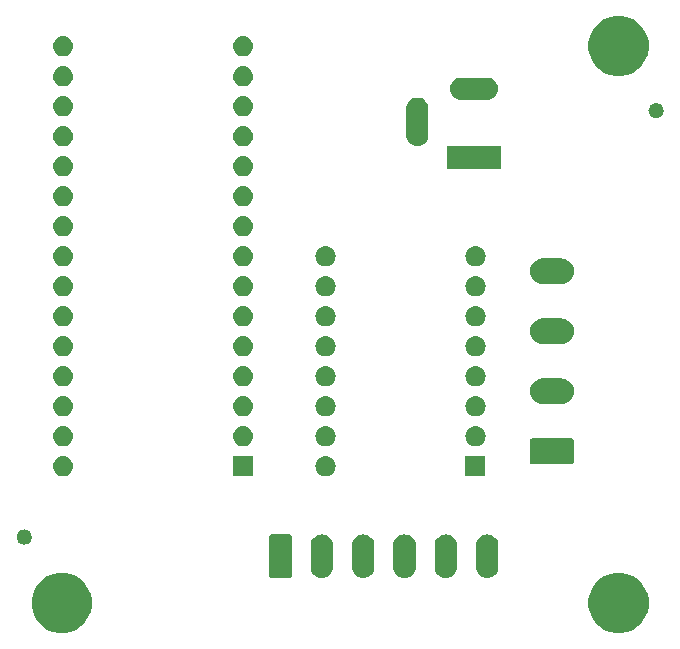
<source format=gbr>
G04 #@! TF.GenerationSoftware,KiCad,Pcbnew,5.0.2+dfsg1-1*
G04 #@! TF.CreationDate,2021-03-19T17:12:50+01:00*
G04 #@! TF.ProjectId,motor,6d6f746f-722e-46b6-9963-61645f706362,rev?*
G04 #@! TF.SameCoordinates,Original*
G04 #@! TF.FileFunction,Soldermask,Top*
G04 #@! TF.FilePolarity,Negative*
%FSLAX46Y46*%
G04 Gerber Fmt 4.6, Leading zero omitted, Abs format (unit mm)*
G04 Created by KiCad (PCBNEW 5.0.2+dfsg1-1) date Fr 19 Mär 2021 17:12:50 CET*
%MOMM*%
%LPD*%
G01*
G04 APERTURE LIST*
%ADD10C,0.150000*%
%ADD11C,0.100000*%
G04 APERTURE END LIST*
D10*
G04 #@! TO.C,H4*
X227324000Y-49900000D02*
G75*
G03X227324000Y-49900000I-574000J0D01*
G01*
G04 #@! TO.C,H5*
X173824000Y-86000000D02*
G75*
G03X173824000Y-86000000I-574000J0D01*
G01*
D11*
G36*
X224314096Y-89117033D02*
X224314098Y-89117034D01*
X224314099Y-89117034D01*
X224778352Y-89309333D01*
X225042155Y-89485601D01*
X225196171Y-89588511D01*
X225551489Y-89943829D01*
X225551491Y-89943832D01*
X225830667Y-90361648D01*
X226022966Y-90825901D01*
X226121000Y-91318748D01*
X226121000Y-91821252D01*
X226022966Y-92314099D01*
X225830667Y-92778352D01*
X225552750Y-93194284D01*
X225551489Y-93196171D01*
X225196171Y-93551489D01*
X225196168Y-93551491D01*
X224778352Y-93830667D01*
X224314099Y-94022966D01*
X224314098Y-94022966D01*
X224314096Y-94022967D01*
X223821253Y-94121000D01*
X223318747Y-94121000D01*
X222825904Y-94022967D01*
X222825902Y-94022966D01*
X222825901Y-94022966D01*
X222361648Y-93830667D01*
X221943832Y-93551491D01*
X221943829Y-93551489D01*
X221588511Y-93196171D01*
X221587250Y-93194284D01*
X221309333Y-92778352D01*
X221117034Y-92314099D01*
X221019000Y-91821252D01*
X221019000Y-91318748D01*
X221117034Y-90825901D01*
X221309333Y-90361648D01*
X221588509Y-89943832D01*
X221588511Y-89943829D01*
X221943829Y-89588511D01*
X222097845Y-89485601D01*
X222361648Y-89309333D01*
X222825901Y-89117034D01*
X222825902Y-89117034D01*
X222825904Y-89117033D01*
X223318747Y-89019000D01*
X223821253Y-89019000D01*
X224314096Y-89117033D01*
X224314096Y-89117033D01*
G37*
G36*
X177174096Y-89117033D02*
X177174098Y-89117034D01*
X177174099Y-89117034D01*
X177638352Y-89309333D01*
X177902155Y-89485601D01*
X178056171Y-89588511D01*
X178411489Y-89943829D01*
X178411491Y-89943832D01*
X178690667Y-90361648D01*
X178882966Y-90825901D01*
X178981000Y-91318748D01*
X178981000Y-91821252D01*
X178882966Y-92314099D01*
X178690667Y-92778352D01*
X178412750Y-93194284D01*
X178411489Y-93196171D01*
X178056171Y-93551489D01*
X178056168Y-93551491D01*
X177638352Y-93830667D01*
X177174099Y-94022966D01*
X177174098Y-94022966D01*
X177174096Y-94022967D01*
X176681253Y-94121000D01*
X176178747Y-94121000D01*
X175685904Y-94022967D01*
X175685902Y-94022966D01*
X175685901Y-94022966D01*
X175221648Y-93830667D01*
X174803832Y-93551491D01*
X174803829Y-93551489D01*
X174448511Y-93196171D01*
X174447250Y-93194284D01*
X174169333Y-92778352D01*
X173977034Y-92314099D01*
X173879000Y-91821252D01*
X173879000Y-91318748D01*
X173977034Y-90825901D01*
X174169333Y-90361648D01*
X174448509Y-89943832D01*
X174448511Y-89943829D01*
X174803829Y-89588511D01*
X174957845Y-89485601D01*
X175221648Y-89309333D01*
X175685901Y-89117034D01*
X175685902Y-89117034D01*
X175685904Y-89117033D01*
X176178747Y-89019000D01*
X176681253Y-89019000D01*
X177174096Y-89117033D01*
X177174096Y-89117033D01*
G37*
G36*
X205631424Y-85792760D02*
X205631427Y-85792761D01*
X205631428Y-85792761D01*
X205810692Y-85847140D01*
X205810694Y-85847141D01*
X205810697Y-85847142D01*
X205975904Y-85935446D01*
X206120712Y-86054288D01*
X206239552Y-86199095D01*
X206327859Y-86364305D01*
X206382240Y-86543575D01*
X206396000Y-86683282D01*
X206396000Y-88576718D01*
X206382240Y-88716425D01*
X206327859Y-88895695D01*
X206239552Y-89060905D01*
X206120712Y-89205712D01*
X205975905Y-89324552D01*
X205902857Y-89363597D01*
X205810693Y-89412860D01*
X205631429Y-89467239D01*
X205631428Y-89467239D01*
X205631425Y-89467240D01*
X205445000Y-89485601D01*
X205258576Y-89467240D01*
X205258573Y-89467239D01*
X205258572Y-89467239D01*
X205079308Y-89412860D01*
X204987144Y-89363597D01*
X204914096Y-89324552D01*
X204769289Y-89205712D01*
X204650449Y-89060905D01*
X204562142Y-88895695D01*
X204507761Y-88716425D01*
X204494000Y-88576717D01*
X204494000Y-86683283D01*
X204507760Y-86543576D01*
X204507761Y-86543572D01*
X204562140Y-86364308D01*
X204562141Y-86364306D01*
X204562142Y-86364303D01*
X204650446Y-86199096D01*
X204769288Y-86054288D01*
X204914095Y-85935448D01*
X205079305Y-85847141D01*
X205079307Y-85847140D01*
X205258571Y-85792761D01*
X205258572Y-85792761D01*
X205258575Y-85792760D01*
X205445000Y-85774399D01*
X205631424Y-85792760D01*
X205631424Y-85792760D01*
G37*
G36*
X209131424Y-85792760D02*
X209131427Y-85792761D01*
X209131428Y-85792761D01*
X209310692Y-85847140D01*
X209310694Y-85847141D01*
X209310697Y-85847142D01*
X209475904Y-85935446D01*
X209620712Y-86054288D01*
X209739552Y-86199095D01*
X209827859Y-86364305D01*
X209882240Y-86543575D01*
X209896000Y-86683282D01*
X209896000Y-88576718D01*
X209882240Y-88716425D01*
X209827859Y-88895695D01*
X209739552Y-89060905D01*
X209620712Y-89205712D01*
X209475905Y-89324552D01*
X209402857Y-89363597D01*
X209310693Y-89412860D01*
X209131429Y-89467239D01*
X209131428Y-89467239D01*
X209131425Y-89467240D01*
X208945000Y-89485601D01*
X208758576Y-89467240D01*
X208758573Y-89467239D01*
X208758572Y-89467239D01*
X208579308Y-89412860D01*
X208487144Y-89363597D01*
X208414096Y-89324552D01*
X208269289Y-89205712D01*
X208150449Y-89060905D01*
X208062142Y-88895695D01*
X208007761Y-88716425D01*
X207994000Y-88576717D01*
X207994000Y-86683283D01*
X208007760Y-86543576D01*
X208007761Y-86543572D01*
X208062140Y-86364308D01*
X208062141Y-86364306D01*
X208062142Y-86364303D01*
X208150446Y-86199096D01*
X208269288Y-86054288D01*
X208414095Y-85935448D01*
X208579305Y-85847141D01*
X208579307Y-85847140D01*
X208758571Y-85792761D01*
X208758572Y-85792761D01*
X208758575Y-85792760D01*
X208945000Y-85774399D01*
X209131424Y-85792760D01*
X209131424Y-85792760D01*
G37*
G36*
X212631424Y-85792760D02*
X212631427Y-85792761D01*
X212631428Y-85792761D01*
X212810692Y-85847140D01*
X212810694Y-85847141D01*
X212810697Y-85847142D01*
X212975904Y-85935446D01*
X213120712Y-86054288D01*
X213239552Y-86199095D01*
X213327859Y-86364305D01*
X213382240Y-86543575D01*
X213396000Y-86683282D01*
X213396000Y-88576718D01*
X213382240Y-88716425D01*
X213327859Y-88895695D01*
X213239552Y-89060905D01*
X213120712Y-89205712D01*
X212975905Y-89324552D01*
X212902857Y-89363597D01*
X212810693Y-89412860D01*
X212631429Y-89467239D01*
X212631428Y-89467239D01*
X212631425Y-89467240D01*
X212445000Y-89485601D01*
X212258576Y-89467240D01*
X212258573Y-89467239D01*
X212258572Y-89467239D01*
X212079308Y-89412860D01*
X211987144Y-89363597D01*
X211914096Y-89324552D01*
X211769289Y-89205712D01*
X211650449Y-89060905D01*
X211562142Y-88895695D01*
X211507761Y-88716425D01*
X211494000Y-88576717D01*
X211494000Y-86683283D01*
X211507760Y-86543576D01*
X211507761Y-86543572D01*
X211562140Y-86364308D01*
X211562141Y-86364306D01*
X211562142Y-86364303D01*
X211650446Y-86199096D01*
X211769288Y-86054288D01*
X211914095Y-85935448D01*
X212079305Y-85847141D01*
X212079307Y-85847140D01*
X212258571Y-85792761D01*
X212258572Y-85792761D01*
X212258575Y-85792760D01*
X212445000Y-85774399D01*
X212631424Y-85792760D01*
X212631424Y-85792760D01*
G37*
G36*
X202131424Y-85792760D02*
X202131427Y-85792761D01*
X202131428Y-85792761D01*
X202310692Y-85847140D01*
X202310694Y-85847141D01*
X202310697Y-85847142D01*
X202475904Y-85935446D01*
X202620712Y-86054288D01*
X202739552Y-86199095D01*
X202827859Y-86364305D01*
X202882240Y-86543575D01*
X202896000Y-86683282D01*
X202896000Y-88576718D01*
X202882240Y-88716425D01*
X202827859Y-88895695D01*
X202739552Y-89060905D01*
X202620712Y-89205712D01*
X202475905Y-89324552D01*
X202402857Y-89363597D01*
X202310693Y-89412860D01*
X202131429Y-89467239D01*
X202131428Y-89467239D01*
X202131425Y-89467240D01*
X201945000Y-89485601D01*
X201758576Y-89467240D01*
X201758573Y-89467239D01*
X201758572Y-89467239D01*
X201579308Y-89412860D01*
X201487144Y-89363597D01*
X201414096Y-89324552D01*
X201269289Y-89205712D01*
X201150449Y-89060905D01*
X201062142Y-88895695D01*
X201007761Y-88716425D01*
X200994000Y-88576717D01*
X200994000Y-86683283D01*
X201007760Y-86543576D01*
X201007761Y-86543572D01*
X201062140Y-86364308D01*
X201062141Y-86364306D01*
X201062142Y-86364303D01*
X201150446Y-86199096D01*
X201269288Y-86054288D01*
X201414095Y-85935448D01*
X201579305Y-85847141D01*
X201579307Y-85847140D01*
X201758571Y-85792761D01*
X201758572Y-85792761D01*
X201758575Y-85792760D01*
X201945000Y-85774399D01*
X202131424Y-85792760D01*
X202131424Y-85792760D01*
G37*
G36*
X198631424Y-85792760D02*
X198631427Y-85792761D01*
X198631428Y-85792761D01*
X198810692Y-85847140D01*
X198810694Y-85847141D01*
X198810697Y-85847142D01*
X198975904Y-85935446D01*
X199120712Y-86054288D01*
X199239552Y-86199095D01*
X199327859Y-86364305D01*
X199382240Y-86543575D01*
X199396000Y-86683282D01*
X199396000Y-88576718D01*
X199382240Y-88716425D01*
X199327859Y-88895695D01*
X199239552Y-89060905D01*
X199120712Y-89205712D01*
X198975905Y-89324552D01*
X198902857Y-89363597D01*
X198810693Y-89412860D01*
X198631429Y-89467239D01*
X198631428Y-89467239D01*
X198631425Y-89467240D01*
X198445000Y-89485601D01*
X198258576Y-89467240D01*
X198258573Y-89467239D01*
X198258572Y-89467239D01*
X198079308Y-89412860D01*
X197987144Y-89363597D01*
X197914096Y-89324552D01*
X197769289Y-89205712D01*
X197650449Y-89060905D01*
X197562142Y-88895695D01*
X197507761Y-88716425D01*
X197494000Y-88576717D01*
X197494000Y-86683283D01*
X197507760Y-86543576D01*
X197507761Y-86543572D01*
X197562140Y-86364308D01*
X197562141Y-86364306D01*
X197562142Y-86364303D01*
X197650446Y-86199096D01*
X197769288Y-86054288D01*
X197914095Y-85935448D01*
X198079305Y-85847141D01*
X198079307Y-85847140D01*
X198258571Y-85792761D01*
X198258572Y-85792761D01*
X198258575Y-85792760D01*
X198445000Y-85774399D01*
X198631424Y-85792760D01*
X198631424Y-85792760D01*
G37*
G36*
X195755918Y-85782934D02*
X195788424Y-85792795D01*
X195818383Y-85808808D01*
X195844641Y-85830359D01*
X195866192Y-85856617D01*
X195882205Y-85886576D01*
X195892066Y-85919082D01*
X195896000Y-85959029D01*
X195896000Y-89300971D01*
X195892066Y-89340918D01*
X195882205Y-89373424D01*
X195866192Y-89403383D01*
X195844641Y-89429641D01*
X195818383Y-89451192D01*
X195788424Y-89467205D01*
X195755918Y-89477066D01*
X195715971Y-89481000D01*
X194174029Y-89481000D01*
X194134082Y-89477066D01*
X194101576Y-89467205D01*
X194071617Y-89451192D01*
X194045359Y-89429641D01*
X194023808Y-89403383D01*
X194007795Y-89373424D01*
X193997934Y-89340918D01*
X193994000Y-89300971D01*
X193994000Y-85959029D01*
X193997934Y-85919082D01*
X194007795Y-85886576D01*
X194023808Y-85856617D01*
X194045359Y-85830359D01*
X194071617Y-85808808D01*
X194101576Y-85792795D01*
X194134082Y-85782934D01*
X194174029Y-85779000D01*
X195715971Y-85779000D01*
X195755918Y-85782934D01*
X195755918Y-85782934D01*
G37*
G36*
X173432889Y-85397095D02*
X173546996Y-85444359D01*
X173649692Y-85512979D01*
X173737021Y-85600308D01*
X173805641Y-85703004D01*
X173852905Y-85817111D01*
X173877000Y-85938244D01*
X173877000Y-86061756D01*
X173852905Y-86182889D01*
X173805641Y-86296996D01*
X173737021Y-86399692D01*
X173649692Y-86487021D01*
X173546996Y-86555641D01*
X173432889Y-86602905D01*
X173311756Y-86627000D01*
X173188244Y-86627000D01*
X173067111Y-86602905D01*
X172953004Y-86555641D01*
X172850308Y-86487021D01*
X172762979Y-86399692D01*
X172694359Y-86296996D01*
X172647095Y-86182889D01*
X172623000Y-86061756D01*
X172623000Y-85938244D01*
X172647095Y-85817111D01*
X172694359Y-85703004D01*
X172762979Y-85600308D01*
X172850308Y-85512979D01*
X172953004Y-85444359D01*
X173067111Y-85397095D01*
X173188244Y-85373000D01*
X173311756Y-85373000D01*
X173432889Y-85397095D01*
X173432889Y-85397095D01*
G37*
G36*
X192621000Y-80861000D02*
X190919000Y-80861000D01*
X190919000Y-79159000D01*
X192621000Y-79159000D01*
X192621000Y-80861000D01*
X192621000Y-80861000D01*
G37*
G36*
X176696821Y-79171313D02*
X176696824Y-79171314D01*
X176696825Y-79171314D01*
X176857239Y-79219975D01*
X176857241Y-79219976D01*
X176857244Y-79219977D01*
X177005078Y-79298995D01*
X177134659Y-79405341D01*
X177241005Y-79534922D01*
X177320023Y-79682756D01*
X177320024Y-79682759D01*
X177320025Y-79682761D01*
X177364993Y-79831000D01*
X177368687Y-79843179D01*
X177385117Y-80010000D01*
X177368687Y-80176821D01*
X177320023Y-80337244D01*
X177241005Y-80485078D01*
X177134659Y-80614659D01*
X177005078Y-80721005D01*
X176857244Y-80800023D01*
X176857241Y-80800024D01*
X176857239Y-80800025D01*
X176696825Y-80848686D01*
X176696824Y-80848686D01*
X176696821Y-80848687D01*
X176571804Y-80861000D01*
X176488196Y-80861000D01*
X176363179Y-80848687D01*
X176363176Y-80848686D01*
X176363175Y-80848686D01*
X176202761Y-80800025D01*
X176202759Y-80800024D01*
X176202756Y-80800023D01*
X176054922Y-80721005D01*
X175925341Y-80614659D01*
X175818995Y-80485078D01*
X175739977Y-80337244D01*
X175691313Y-80176821D01*
X175674883Y-80010000D01*
X175691313Y-79843179D01*
X175695007Y-79831000D01*
X175739975Y-79682761D01*
X175739976Y-79682759D01*
X175739977Y-79682756D01*
X175818995Y-79534922D01*
X175925341Y-79405341D01*
X176054922Y-79298995D01*
X176202756Y-79219977D01*
X176202759Y-79219976D01*
X176202761Y-79219975D01*
X176363175Y-79171314D01*
X176363176Y-79171314D01*
X176363179Y-79171313D01*
X176488196Y-79159000D01*
X176571804Y-79159000D01*
X176696821Y-79171313D01*
X176696821Y-79171313D01*
G37*
G36*
X212306000Y-80861000D02*
X210604000Y-80861000D01*
X210604000Y-79159000D01*
X212306000Y-79159000D01*
X212306000Y-80861000D01*
X212306000Y-80861000D01*
G37*
G36*
X198921821Y-79171313D02*
X198921824Y-79171314D01*
X198921825Y-79171314D01*
X199082239Y-79219975D01*
X199082241Y-79219976D01*
X199082244Y-79219977D01*
X199230078Y-79298995D01*
X199359659Y-79405341D01*
X199466005Y-79534922D01*
X199545023Y-79682756D01*
X199545024Y-79682759D01*
X199545025Y-79682761D01*
X199589993Y-79831000D01*
X199593687Y-79843179D01*
X199610117Y-80010000D01*
X199593687Y-80176821D01*
X199545023Y-80337244D01*
X199466005Y-80485078D01*
X199359659Y-80614659D01*
X199230078Y-80721005D01*
X199082244Y-80800023D01*
X199082241Y-80800024D01*
X199082239Y-80800025D01*
X198921825Y-80848686D01*
X198921824Y-80848686D01*
X198921821Y-80848687D01*
X198796804Y-80861000D01*
X198713196Y-80861000D01*
X198588179Y-80848687D01*
X198588176Y-80848686D01*
X198588175Y-80848686D01*
X198427761Y-80800025D01*
X198427759Y-80800024D01*
X198427756Y-80800023D01*
X198279922Y-80721005D01*
X198150341Y-80614659D01*
X198043995Y-80485078D01*
X197964977Y-80337244D01*
X197916313Y-80176821D01*
X197899883Y-80010000D01*
X197916313Y-79843179D01*
X197920007Y-79831000D01*
X197964975Y-79682761D01*
X197964976Y-79682759D01*
X197964977Y-79682756D01*
X198043995Y-79534922D01*
X198150341Y-79405341D01*
X198279922Y-79298995D01*
X198427756Y-79219977D01*
X198427759Y-79219976D01*
X198427761Y-79219975D01*
X198588175Y-79171314D01*
X198588176Y-79171314D01*
X198588179Y-79171313D01*
X198713196Y-79159000D01*
X198796804Y-79159000D01*
X198921821Y-79171313D01*
X198921821Y-79171313D01*
G37*
G36*
X219648216Y-77652808D02*
X219679491Y-77662295D01*
X219708309Y-77677698D01*
X219733570Y-77698430D01*
X219754302Y-77723691D01*
X219769705Y-77752509D01*
X219779192Y-77783784D01*
X219783000Y-77822447D01*
X219783000Y-79657553D01*
X219779192Y-79696216D01*
X219769705Y-79727491D01*
X219754302Y-79756309D01*
X219733570Y-79781570D01*
X219708309Y-79802302D01*
X219679491Y-79817705D01*
X219648216Y-79827192D01*
X219609553Y-79831000D01*
X216254447Y-79831000D01*
X216215784Y-79827192D01*
X216184509Y-79817705D01*
X216155691Y-79802302D01*
X216130430Y-79781570D01*
X216109698Y-79756309D01*
X216094295Y-79727491D01*
X216084808Y-79696216D01*
X216081000Y-79657553D01*
X216081000Y-77822447D01*
X216084808Y-77783784D01*
X216094295Y-77752509D01*
X216109698Y-77723691D01*
X216130430Y-77698430D01*
X216155691Y-77677698D01*
X216184509Y-77662295D01*
X216215784Y-77652808D01*
X216254447Y-77649000D01*
X219609553Y-77649000D01*
X219648216Y-77652808D01*
X219648216Y-77652808D01*
G37*
G36*
X191936821Y-76631313D02*
X191936824Y-76631314D01*
X191936825Y-76631314D01*
X192097239Y-76679975D01*
X192097241Y-76679976D01*
X192097244Y-76679977D01*
X192245078Y-76758995D01*
X192374659Y-76865341D01*
X192481005Y-76994922D01*
X192560023Y-77142756D01*
X192608687Y-77303179D01*
X192625117Y-77470000D01*
X192608687Y-77636821D01*
X192608686Y-77636824D01*
X192608686Y-77636825D01*
X192564107Y-77783784D01*
X192560023Y-77797244D01*
X192481005Y-77945078D01*
X192374659Y-78074659D01*
X192245078Y-78181005D01*
X192097244Y-78260023D01*
X192097241Y-78260024D01*
X192097239Y-78260025D01*
X191936825Y-78308686D01*
X191936824Y-78308686D01*
X191936821Y-78308687D01*
X191811804Y-78321000D01*
X191728196Y-78321000D01*
X191603179Y-78308687D01*
X191603176Y-78308686D01*
X191603175Y-78308686D01*
X191442761Y-78260025D01*
X191442759Y-78260024D01*
X191442756Y-78260023D01*
X191294922Y-78181005D01*
X191165341Y-78074659D01*
X191058995Y-77945078D01*
X190979977Y-77797244D01*
X190975894Y-77783784D01*
X190931314Y-77636825D01*
X190931314Y-77636824D01*
X190931313Y-77636821D01*
X190914883Y-77470000D01*
X190931313Y-77303179D01*
X190979977Y-77142756D01*
X191058995Y-76994922D01*
X191165341Y-76865341D01*
X191294922Y-76758995D01*
X191442756Y-76679977D01*
X191442759Y-76679976D01*
X191442761Y-76679975D01*
X191603175Y-76631314D01*
X191603176Y-76631314D01*
X191603179Y-76631313D01*
X191728196Y-76619000D01*
X191811804Y-76619000D01*
X191936821Y-76631313D01*
X191936821Y-76631313D01*
G37*
G36*
X176696821Y-76631313D02*
X176696824Y-76631314D01*
X176696825Y-76631314D01*
X176857239Y-76679975D01*
X176857241Y-76679976D01*
X176857244Y-76679977D01*
X177005078Y-76758995D01*
X177134659Y-76865341D01*
X177241005Y-76994922D01*
X177320023Y-77142756D01*
X177368687Y-77303179D01*
X177385117Y-77470000D01*
X177368687Y-77636821D01*
X177368686Y-77636824D01*
X177368686Y-77636825D01*
X177324107Y-77783784D01*
X177320023Y-77797244D01*
X177241005Y-77945078D01*
X177134659Y-78074659D01*
X177005078Y-78181005D01*
X176857244Y-78260023D01*
X176857241Y-78260024D01*
X176857239Y-78260025D01*
X176696825Y-78308686D01*
X176696824Y-78308686D01*
X176696821Y-78308687D01*
X176571804Y-78321000D01*
X176488196Y-78321000D01*
X176363179Y-78308687D01*
X176363176Y-78308686D01*
X176363175Y-78308686D01*
X176202761Y-78260025D01*
X176202759Y-78260024D01*
X176202756Y-78260023D01*
X176054922Y-78181005D01*
X175925341Y-78074659D01*
X175818995Y-77945078D01*
X175739977Y-77797244D01*
X175735894Y-77783784D01*
X175691314Y-77636825D01*
X175691314Y-77636824D01*
X175691313Y-77636821D01*
X175674883Y-77470000D01*
X175691313Y-77303179D01*
X175739977Y-77142756D01*
X175818995Y-76994922D01*
X175925341Y-76865341D01*
X176054922Y-76758995D01*
X176202756Y-76679977D01*
X176202759Y-76679976D01*
X176202761Y-76679975D01*
X176363175Y-76631314D01*
X176363176Y-76631314D01*
X176363179Y-76631313D01*
X176488196Y-76619000D01*
X176571804Y-76619000D01*
X176696821Y-76631313D01*
X176696821Y-76631313D01*
G37*
G36*
X211621821Y-76631313D02*
X211621824Y-76631314D01*
X211621825Y-76631314D01*
X211782239Y-76679975D01*
X211782241Y-76679976D01*
X211782244Y-76679977D01*
X211930078Y-76758995D01*
X212059659Y-76865341D01*
X212166005Y-76994922D01*
X212245023Y-77142756D01*
X212293687Y-77303179D01*
X212310117Y-77470000D01*
X212293687Y-77636821D01*
X212293686Y-77636824D01*
X212293686Y-77636825D01*
X212249107Y-77783784D01*
X212245023Y-77797244D01*
X212166005Y-77945078D01*
X212059659Y-78074659D01*
X211930078Y-78181005D01*
X211782244Y-78260023D01*
X211782241Y-78260024D01*
X211782239Y-78260025D01*
X211621825Y-78308686D01*
X211621824Y-78308686D01*
X211621821Y-78308687D01*
X211496804Y-78321000D01*
X211413196Y-78321000D01*
X211288179Y-78308687D01*
X211288176Y-78308686D01*
X211288175Y-78308686D01*
X211127761Y-78260025D01*
X211127759Y-78260024D01*
X211127756Y-78260023D01*
X210979922Y-78181005D01*
X210850341Y-78074659D01*
X210743995Y-77945078D01*
X210664977Y-77797244D01*
X210660894Y-77783784D01*
X210616314Y-77636825D01*
X210616314Y-77636824D01*
X210616313Y-77636821D01*
X210599883Y-77470000D01*
X210616313Y-77303179D01*
X210664977Y-77142756D01*
X210743995Y-76994922D01*
X210850341Y-76865341D01*
X210979922Y-76758995D01*
X211127756Y-76679977D01*
X211127759Y-76679976D01*
X211127761Y-76679975D01*
X211288175Y-76631314D01*
X211288176Y-76631314D01*
X211288179Y-76631313D01*
X211413196Y-76619000D01*
X211496804Y-76619000D01*
X211621821Y-76631313D01*
X211621821Y-76631313D01*
G37*
G36*
X198921821Y-76631313D02*
X198921824Y-76631314D01*
X198921825Y-76631314D01*
X199082239Y-76679975D01*
X199082241Y-76679976D01*
X199082244Y-76679977D01*
X199230078Y-76758995D01*
X199359659Y-76865341D01*
X199466005Y-76994922D01*
X199545023Y-77142756D01*
X199593687Y-77303179D01*
X199610117Y-77470000D01*
X199593687Y-77636821D01*
X199593686Y-77636824D01*
X199593686Y-77636825D01*
X199549107Y-77783784D01*
X199545023Y-77797244D01*
X199466005Y-77945078D01*
X199359659Y-78074659D01*
X199230078Y-78181005D01*
X199082244Y-78260023D01*
X199082241Y-78260024D01*
X199082239Y-78260025D01*
X198921825Y-78308686D01*
X198921824Y-78308686D01*
X198921821Y-78308687D01*
X198796804Y-78321000D01*
X198713196Y-78321000D01*
X198588179Y-78308687D01*
X198588176Y-78308686D01*
X198588175Y-78308686D01*
X198427761Y-78260025D01*
X198427759Y-78260024D01*
X198427756Y-78260023D01*
X198279922Y-78181005D01*
X198150341Y-78074659D01*
X198043995Y-77945078D01*
X197964977Y-77797244D01*
X197960894Y-77783784D01*
X197916314Y-77636825D01*
X197916314Y-77636824D01*
X197916313Y-77636821D01*
X197899883Y-77470000D01*
X197916313Y-77303179D01*
X197964977Y-77142756D01*
X198043995Y-76994922D01*
X198150341Y-76865341D01*
X198279922Y-76758995D01*
X198427756Y-76679977D01*
X198427759Y-76679976D01*
X198427761Y-76679975D01*
X198588175Y-76631314D01*
X198588176Y-76631314D01*
X198588179Y-76631313D01*
X198713196Y-76619000D01*
X198796804Y-76619000D01*
X198921821Y-76631313D01*
X198921821Y-76631313D01*
G37*
G36*
X176696821Y-74091313D02*
X176696824Y-74091314D01*
X176696825Y-74091314D01*
X176857239Y-74139975D01*
X176857241Y-74139976D01*
X176857244Y-74139977D01*
X177005078Y-74218995D01*
X177134659Y-74325341D01*
X177241005Y-74454922D01*
X177320023Y-74602756D01*
X177368687Y-74763179D01*
X177385117Y-74930000D01*
X177368687Y-75096821D01*
X177320023Y-75257244D01*
X177241005Y-75405078D01*
X177134659Y-75534659D01*
X177005078Y-75641005D01*
X176857244Y-75720023D01*
X176857241Y-75720024D01*
X176857239Y-75720025D01*
X176696825Y-75768686D01*
X176696824Y-75768686D01*
X176696821Y-75768687D01*
X176571804Y-75781000D01*
X176488196Y-75781000D01*
X176363179Y-75768687D01*
X176363176Y-75768686D01*
X176363175Y-75768686D01*
X176202761Y-75720025D01*
X176202759Y-75720024D01*
X176202756Y-75720023D01*
X176054922Y-75641005D01*
X175925341Y-75534659D01*
X175818995Y-75405078D01*
X175739977Y-75257244D01*
X175691313Y-75096821D01*
X175674883Y-74930000D01*
X175691313Y-74763179D01*
X175739977Y-74602756D01*
X175818995Y-74454922D01*
X175925341Y-74325341D01*
X176054922Y-74218995D01*
X176202756Y-74139977D01*
X176202759Y-74139976D01*
X176202761Y-74139975D01*
X176363175Y-74091314D01*
X176363176Y-74091314D01*
X176363179Y-74091313D01*
X176488196Y-74079000D01*
X176571804Y-74079000D01*
X176696821Y-74091313D01*
X176696821Y-74091313D01*
G37*
G36*
X191936821Y-74091313D02*
X191936824Y-74091314D01*
X191936825Y-74091314D01*
X192097239Y-74139975D01*
X192097241Y-74139976D01*
X192097244Y-74139977D01*
X192245078Y-74218995D01*
X192374659Y-74325341D01*
X192481005Y-74454922D01*
X192560023Y-74602756D01*
X192608687Y-74763179D01*
X192625117Y-74930000D01*
X192608687Y-75096821D01*
X192560023Y-75257244D01*
X192481005Y-75405078D01*
X192374659Y-75534659D01*
X192245078Y-75641005D01*
X192097244Y-75720023D01*
X192097241Y-75720024D01*
X192097239Y-75720025D01*
X191936825Y-75768686D01*
X191936824Y-75768686D01*
X191936821Y-75768687D01*
X191811804Y-75781000D01*
X191728196Y-75781000D01*
X191603179Y-75768687D01*
X191603176Y-75768686D01*
X191603175Y-75768686D01*
X191442761Y-75720025D01*
X191442759Y-75720024D01*
X191442756Y-75720023D01*
X191294922Y-75641005D01*
X191165341Y-75534659D01*
X191058995Y-75405078D01*
X190979977Y-75257244D01*
X190931313Y-75096821D01*
X190914883Y-74930000D01*
X190931313Y-74763179D01*
X190979977Y-74602756D01*
X191058995Y-74454922D01*
X191165341Y-74325341D01*
X191294922Y-74218995D01*
X191442756Y-74139977D01*
X191442759Y-74139976D01*
X191442761Y-74139975D01*
X191603175Y-74091314D01*
X191603176Y-74091314D01*
X191603179Y-74091313D01*
X191728196Y-74079000D01*
X191811804Y-74079000D01*
X191936821Y-74091313D01*
X191936821Y-74091313D01*
G37*
G36*
X198921821Y-74091313D02*
X198921824Y-74091314D01*
X198921825Y-74091314D01*
X199082239Y-74139975D01*
X199082241Y-74139976D01*
X199082244Y-74139977D01*
X199230078Y-74218995D01*
X199359659Y-74325341D01*
X199466005Y-74454922D01*
X199545023Y-74602756D01*
X199593687Y-74763179D01*
X199610117Y-74930000D01*
X199593687Y-75096821D01*
X199545023Y-75257244D01*
X199466005Y-75405078D01*
X199359659Y-75534659D01*
X199230078Y-75641005D01*
X199082244Y-75720023D01*
X199082241Y-75720024D01*
X199082239Y-75720025D01*
X198921825Y-75768686D01*
X198921824Y-75768686D01*
X198921821Y-75768687D01*
X198796804Y-75781000D01*
X198713196Y-75781000D01*
X198588179Y-75768687D01*
X198588176Y-75768686D01*
X198588175Y-75768686D01*
X198427761Y-75720025D01*
X198427759Y-75720024D01*
X198427756Y-75720023D01*
X198279922Y-75641005D01*
X198150341Y-75534659D01*
X198043995Y-75405078D01*
X197964977Y-75257244D01*
X197916313Y-75096821D01*
X197899883Y-74930000D01*
X197916313Y-74763179D01*
X197964977Y-74602756D01*
X198043995Y-74454922D01*
X198150341Y-74325341D01*
X198279922Y-74218995D01*
X198427756Y-74139977D01*
X198427759Y-74139976D01*
X198427761Y-74139975D01*
X198588175Y-74091314D01*
X198588176Y-74091314D01*
X198588179Y-74091313D01*
X198713196Y-74079000D01*
X198796804Y-74079000D01*
X198921821Y-74091313D01*
X198921821Y-74091313D01*
G37*
G36*
X211621821Y-74091313D02*
X211621824Y-74091314D01*
X211621825Y-74091314D01*
X211782239Y-74139975D01*
X211782241Y-74139976D01*
X211782244Y-74139977D01*
X211930078Y-74218995D01*
X212059659Y-74325341D01*
X212166005Y-74454922D01*
X212245023Y-74602756D01*
X212293687Y-74763179D01*
X212310117Y-74930000D01*
X212293687Y-75096821D01*
X212245023Y-75257244D01*
X212166005Y-75405078D01*
X212059659Y-75534659D01*
X211930078Y-75641005D01*
X211782244Y-75720023D01*
X211782241Y-75720024D01*
X211782239Y-75720025D01*
X211621825Y-75768686D01*
X211621824Y-75768686D01*
X211621821Y-75768687D01*
X211496804Y-75781000D01*
X211413196Y-75781000D01*
X211288179Y-75768687D01*
X211288176Y-75768686D01*
X211288175Y-75768686D01*
X211127761Y-75720025D01*
X211127759Y-75720024D01*
X211127756Y-75720023D01*
X210979922Y-75641005D01*
X210850341Y-75534659D01*
X210743995Y-75405078D01*
X210664977Y-75257244D01*
X210616313Y-75096821D01*
X210599883Y-74930000D01*
X210616313Y-74763179D01*
X210664977Y-74602756D01*
X210743995Y-74454922D01*
X210850341Y-74325341D01*
X210979922Y-74218995D01*
X211127756Y-74139977D01*
X211127759Y-74139976D01*
X211127761Y-74139975D01*
X211288175Y-74091314D01*
X211288176Y-74091314D01*
X211288179Y-74091313D01*
X211413196Y-74079000D01*
X211496804Y-74079000D01*
X211621821Y-74091313D01*
X211621821Y-74091313D01*
G37*
G36*
X218905870Y-72584786D02*
X218905873Y-72584787D01*
X219111527Y-72647171D01*
X219111529Y-72647172D01*
X219111532Y-72647173D01*
X219301060Y-72748477D01*
X219467186Y-72884814D01*
X219603523Y-73050940D01*
X219704827Y-73240468D01*
X219704828Y-73240471D01*
X219704829Y-73240473D01*
X219757423Y-73413853D01*
X219767214Y-73446130D01*
X219788278Y-73660000D01*
X219767214Y-73873870D01*
X219767213Y-73873873D01*
X219704989Y-74079000D01*
X219704827Y-74079532D01*
X219603523Y-74269060D01*
X219467186Y-74435186D01*
X219301060Y-74571523D01*
X219111532Y-74672827D01*
X219111529Y-74672828D01*
X219111527Y-74672829D01*
X218938147Y-74725423D01*
X218905870Y-74735214D01*
X218745592Y-74751000D01*
X217118408Y-74751000D01*
X216958130Y-74735214D01*
X216925853Y-74725423D01*
X216752473Y-74672829D01*
X216752471Y-74672828D01*
X216752468Y-74672827D01*
X216562940Y-74571523D01*
X216396814Y-74435186D01*
X216260477Y-74269060D01*
X216159173Y-74079532D01*
X216159012Y-74079000D01*
X216096787Y-73873873D01*
X216096786Y-73873870D01*
X216075722Y-73660000D01*
X216096786Y-73446130D01*
X216106577Y-73413853D01*
X216159171Y-73240473D01*
X216159172Y-73240471D01*
X216159173Y-73240468D01*
X216260477Y-73050940D01*
X216396814Y-72884814D01*
X216562940Y-72748477D01*
X216752468Y-72647173D01*
X216752471Y-72647172D01*
X216752473Y-72647171D01*
X216958127Y-72584787D01*
X216958130Y-72584786D01*
X217118408Y-72569000D01*
X218745592Y-72569000D01*
X218905870Y-72584786D01*
X218905870Y-72584786D01*
G37*
G36*
X211621821Y-71551313D02*
X211621824Y-71551314D01*
X211621825Y-71551314D01*
X211782239Y-71599975D01*
X211782241Y-71599976D01*
X211782244Y-71599977D01*
X211930078Y-71678995D01*
X212059659Y-71785341D01*
X212166005Y-71914922D01*
X212245023Y-72062756D01*
X212293687Y-72223179D01*
X212310117Y-72390000D01*
X212293687Y-72556821D01*
X212245023Y-72717244D01*
X212166005Y-72865078D01*
X212059659Y-72994659D01*
X211930078Y-73101005D01*
X211782244Y-73180023D01*
X211782241Y-73180024D01*
X211782239Y-73180025D01*
X211621825Y-73228686D01*
X211621824Y-73228686D01*
X211621821Y-73228687D01*
X211496804Y-73241000D01*
X211413196Y-73241000D01*
X211288179Y-73228687D01*
X211288176Y-73228686D01*
X211288175Y-73228686D01*
X211127761Y-73180025D01*
X211127759Y-73180024D01*
X211127756Y-73180023D01*
X210979922Y-73101005D01*
X210850341Y-72994659D01*
X210743995Y-72865078D01*
X210664977Y-72717244D01*
X210616313Y-72556821D01*
X210599883Y-72390000D01*
X210616313Y-72223179D01*
X210664977Y-72062756D01*
X210743995Y-71914922D01*
X210850341Y-71785341D01*
X210979922Y-71678995D01*
X211127756Y-71599977D01*
X211127759Y-71599976D01*
X211127761Y-71599975D01*
X211288175Y-71551314D01*
X211288176Y-71551314D01*
X211288179Y-71551313D01*
X211413196Y-71539000D01*
X211496804Y-71539000D01*
X211621821Y-71551313D01*
X211621821Y-71551313D01*
G37*
G36*
X191936821Y-71551313D02*
X191936824Y-71551314D01*
X191936825Y-71551314D01*
X192097239Y-71599975D01*
X192097241Y-71599976D01*
X192097244Y-71599977D01*
X192245078Y-71678995D01*
X192374659Y-71785341D01*
X192481005Y-71914922D01*
X192560023Y-72062756D01*
X192608687Y-72223179D01*
X192625117Y-72390000D01*
X192608687Y-72556821D01*
X192560023Y-72717244D01*
X192481005Y-72865078D01*
X192374659Y-72994659D01*
X192245078Y-73101005D01*
X192097244Y-73180023D01*
X192097241Y-73180024D01*
X192097239Y-73180025D01*
X191936825Y-73228686D01*
X191936824Y-73228686D01*
X191936821Y-73228687D01*
X191811804Y-73241000D01*
X191728196Y-73241000D01*
X191603179Y-73228687D01*
X191603176Y-73228686D01*
X191603175Y-73228686D01*
X191442761Y-73180025D01*
X191442759Y-73180024D01*
X191442756Y-73180023D01*
X191294922Y-73101005D01*
X191165341Y-72994659D01*
X191058995Y-72865078D01*
X190979977Y-72717244D01*
X190931313Y-72556821D01*
X190914883Y-72390000D01*
X190931313Y-72223179D01*
X190979977Y-72062756D01*
X191058995Y-71914922D01*
X191165341Y-71785341D01*
X191294922Y-71678995D01*
X191442756Y-71599977D01*
X191442759Y-71599976D01*
X191442761Y-71599975D01*
X191603175Y-71551314D01*
X191603176Y-71551314D01*
X191603179Y-71551313D01*
X191728196Y-71539000D01*
X191811804Y-71539000D01*
X191936821Y-71551313D01*
X191936821Y-71551313D01*
G37*
G36*
X176696821Y-71551313D02*
X176696824Y-71551314D01*
X176696825Y-71551314D01*
X176857239Y-71599975D01*
X176857241Y-71599976D01*
X176857244Y-71599977D01*
X177005078Y-71678995D01*
X177134659Y-71785341D01*
X177241005Y-71914922D01*
X177320023Y-72062756D01*
X177368687Y-72223179D01*
X177385117Y-72390000D01*
X177368687Y-72556821D01*
X177320023Y-72717244D01*
X177241005Y-72865078D01*
X177134659Y-72994659D01*
X177005078Y-73101005D01*
X176857244Y-73180023D01*
X176857241Y-73180024D01*
X176857239Y-73180025D01*
X176696825Y-73228686D01*
X176696824Y-73228686D01*
X176696821Y-73228687D01*
X176571804Y-73241000D01*
X176488196Y-73241000D01*
X176363179Y-73228687D01*
X176363176Y-73228686D01*
X176363175Y-73228686D01*
X176202761Y-73180025D01*
X176202759Y-73180024D01*
X176202756Y-73180023D01*
X176054922Y-73101005D01*
X175925341Y-72994659D01*
X175818995Y-72865078D01*
X175739977Y-72717244D01*
X175691313Y-72556821D01*
X175674883Y-72390000D01*
X175691313Y-72223179D01*
X175739977Y-72062756D01*
X175818995Y-71914922D01*
X175925341Y-71785341D01*
X176054922Y-71678995D01*
X176202756Y-71599977D01*
X176202759Y-71599976D01*
X176202761Y-71599975D01*
X176363175Y-71551314D01*
X176363176Y-71551314D01*
X176363179Y-71551313D01*
X176488196Y-71539000D01*
X176571804Y-71539000D01*
X176696821Y-71551313D01*
X176696821Y-71551313D01*
G37*
G36*
X198921821Y-71551313D02*
X198921824Y-71551314D01*
X198921825Y-71551314D01*
X199082239Y-71599975D01*
X199082241Y-71599976D01*
X199082244Y-71599977D01*
X199230078Y-71678995D01*
X199359659Y-71785341D01*
X199466005Y-71914922D01*
X199545023Y-72062756D01*
X199593687Y-72223179D01*
X199610117Y-72390000D01*
X199593687Y-72556821D01*
X199545023Y-72717244D01*
X199466005Y-72865078D01*
X199359659Y-72994659D01*
X199230078Y-73101005D01*
X199082244Y-73180023D01*
X199082241Y-73180024D01*
X199082239Y-73180025D01*
X198921825Y-73228686D01*
X198921824Y-73228686D01*
X198921821Y-73228687D01*
X198796804Y-73241000D01*
X198713196Y-73241000D01*
X198588179Y-73228687D01*
X198588176Y-73228686D01*
X198588175Y-73228686D01*
X198427761Y-73180025D01*
X198427759Y-73180024D01*
X198427756Y-73180023D01*
X198279922Y-73101005D01*
X198150341Y-72994659D01*
X198043995Y-72865078D01*
X197964977Y-72717244D01*
X197916313Y-72556821D01*
X197899883Y-72390000D01*
X197916313Y-72223179D01*
X197964977Y-72062756D01*
X198043995Y-71914922D01*
X198150341Y-71785341D01*
X198279922Y-71678995D01*
X198427756Y-71599977D01*
X198427759Y-71599976D01*
X198427761Y-71599975D01*
X198588175Y-71551314D01*
X198588176Y-71551314D01*
X198588179Y-71551313D01*
X198713196Y-71539000D01*
X198796804Y-71539000D01*
X198921821Y-71551313D01*
X198921821Y-71551313D01*
G37*
G36*
X191936821Y-69011313D02*
X191936824Y-69011314D01*
X191936825Y-69011314D01*
X192097239Y-69059975D01*
X192097241Y-69059976D01*
X192097244Y-69059977D01*
X192245078Y-69138995D01*
X192374659Y-69245341D01*
X192481005Y-69374922D01*
X192560023Y-69522756D01*
X192608687Y-69683179D01*
X192625117Y-69850000D01*
X192608687Y-70016821D01*
X192560023Y-70177244D01*
X192481005Y-70325078D01*
X192374659Y-70454659D01*
X192245078Y-70561005D01*
X192097244Y-70640023D01*
X192097241Y-70640024D01*
X192097239Y-70640025D01*
X191936825Y-70688686D01*
X191936824Y-70688686D01*
X191936821Y-70688687D01*
X191811804Y-70701000D01*
X191728196Y-70701000D01*
X191603179Y-70688687D01*
X191603176Y-70688686D01*
X191603175Y-70688686D01*
X191442761Y-70640025D01*
X191442759Y-70640024D01*
X191442756Y-70640023D01*
X191294922Y-70561005D01*
X191165341Y-70454659D01*
X191058995Y-70325078D01*
X190979977Y-70177244D01*
X190931313Y-70016821D01*
X190914883Y-69850000D01*
X190931313Y-69683179D01*
X190979977Y-69522756D01*
X191058995Y-69374922D01*
X191165341Y-69245341D01*
X191294922Y-69138995D01*
X191442756Y-69059977D01*
X191442759Y-69059976D01*
X191442761Y-69059975D01*
X191603175Y-69011314D01*
X191603176Y-69011314D01*
X191603179Y-69011313D01*
X191728196Y-68999000D01*
X191811804Y-68999000D01*
X191936821Y-69011313D01*
X191936821Y-69011313D01*
G37*
G36*
X211621821Y-69011313D02*
X211621824Y-69011314D01*
X211621825Y-69011314D01*
X211782239Y-69059975D01*
X211782241Y-69059976D01*
X211782244Y-69059977D01*
X211930078Y-69138995D01*
X212059659Y-69245341D01*
X212166005Y-69374922D01*
X212245023Y-69522756D01*
X212293687Y-69683179D01*
X212310117Y-69850000D01*
X212293687Y-70016821D01*
X212245023Y-70177244D01*
X212166005Y-70325078D01*
X212059659Y-70454659D01*
X211930078Y-70561005D01*
X211782244Y-70640023D01*
X211782241Y-70640024D01*
X211782239Y-70640025D01*
X211621825Y-70688686D01*
X211621824Y-70688686D01*
X211621821Y-70688687D01*
X211496804Y-70701000D01*
X211413196Y-70701000D01*
X211288179Y-70688687D01*
X211288176Y-70688686D01*
X211288175Y-70688686D01*
X211127761Y-70640025D01*
X211127759Y-70640024D01*
X211127756Y-70640023D01*
X210979922Y-70561005D01*
X210850341Y-70454659D01*
X210743995Y-70325078D01*
X210664977Y-70177244D01*
X210616313Y-70016821D01*
X210599883Y-69850000D01*
X210616313Y-69683179D01*
X210664977Y-69522756D01*
X210743995Y-69374922D01*
X210850341Y-69245341D01*
X210979922Y-69138995D01*
X211127756Y-69059977D01*
X211127759Y-69059976D01*
X211127761Y-69059975D01*
X211288175Y-69011314D01*
X211288176Y-69011314D01*
X211288179Y-69011313D01*
X211413196Y-68999000D01*
X211496804Y-68999000D01*
X211621821Y-69011313D01*
X211621821Y-69011313D01*
G37*
G36*
X176696821Y-69011313D02*
X176696824Y-69011314D01*
X176696825Y-69011314D01*
X176857239Y-69059975D01*
X176857241Y-69059976D01*
X176857244Y-69059977D01*
X177005078Y-69138995D01*
X177134659Y-69245341D01*
X177241005Y-69374922D01*
X177320023Y-69522756D01*
X177368687Y-69683179D01*
X177385117Y-69850000D01*
X177368687Y-70016821D01*
X177320023Y-70177244D01*
X177241005Y-70325078D01*
X177134659Y-70454659D01*
X177005078Y-70561005D01*
X176857244Y-70640023D01*
X176857241Y-70640024D01*
X176857239Y-70640025D01*
X176696825Y-70688686D01*
X176696824Y-70688686D01*
X176696821Y-70688687D01*
X176571804Y-70701000D01*
X176488196Y-70701000D01*
X176363179Y-70688687D01*
X176363176Y-70688686D01*
X176363175Y-70688686D01*
X176202761Y-70640025D01*
X176202759Y-70640024D01*
X176202756Y-70640023D01*
X176054922Y-70561005D01*
X175925341Y-70454659D01*
X175818995Y-70325078D01*
X175739977Y-70177244D01*
X175691313Y-70016821D01*
X175674883Y-69850000D01*
X175691313Y-69683179D01*
X175739977Y-69522756D01*
X175818995Y-69374922D01*
X175925341Y-69245341D01*
X176054922Y-69138995D01*
X176202756Y-69059977D01*
X176202759Y-69059976D01*
X176202761Y-69059975D01*
X176363175Y-69011314D01*
X176363176Y-69011314D01*
X176363179Y-69011313D01*
X176488196Y-68999000D01*
X176571804Y-68999000D01*
X176696821Y-69011313D01*
X176696821Y-69011313D01*
G37*
G36*
X198921821Y-69011313D02*
X198921824Y-69011314D01*
X198921825Y-69011314D01*
X199082239Y-69059975D01*
X199082241Y-69059976D01*
X199082244Y-69059977D01*
X199230078Y-69138995D01*
X199359659Y-69245341D01*
X199466005Y-69374922D01*
X199545023Y-69522756D01*
X199593687Y-69683179D01*
X199610117Y-69850000D01*
X199593687Y-70016821D01*
X199545023Y-70177244D01*
X199466005Y-70325078D01*
X199359659Y-70454659D01*
X199230078Y-70561005D01*
X199082244Y-70640023D01*
X199082241Y-70640024D01*
X199082239Y-70640025D01*
X198921825Y-70688686D01*
X198921824Y-70688686D01*
X198921821Y-70688687D01*
X198796804Y-70701000D01*
X198713196Y-70701000D01*
X198588179Y-70688687D01*
X198588176Y-70688686D01*
X198588175Y-70688686D01*
X198427761Y-70640025D01*
X198427759Y-70640024D01*
X198427756Y-70640023D01*
X198279922Y-70561005D01*
X198150341Y-70454659D01*
X198043995Y-70325078D01*
X197964977Y-70177244D01*
X197916313Y-70016821D01*
X197899883Y-69850000D01*
X197916313Y-69683179D01*
X197964977Y-69522756D01*
X198043995Y-69374922D01*
X198150341Y-69245341D01*
X198279922Y-69138995D01*
X198427756Y-69059977D01*
X198427759Y-69059976D01*
X198427761Y-69059975D01*
X198588175Y-69011314D01*
X198588176Y-69011314D01*
X198588179Y-69011313D01*
X198713196Y-68999000D01*
X198796804Y-68999000D01*
X198921821Y-69011313D01*
X198921821Y-69011313D01*
G37*
G36*
X218905870Y-67504786D02*
X218905873Y-67504787D01*
X219111527Y-67567171D01*
X219111529Y-67567172D01*
X219111532Y-67567173D01*
X219301060Y-67668477D01*
X219467186Y-67804814D01*
X219603523Y-67970940D01*
X219704827Y-68160468D01*
X219704828Y-68160471D01*
X219704829Y-68160473D01*
X219757423Y-68333853D01*
X219767214Y-68366130D01*
X219788278Y-68580000D01*
X219767214Y-68793870D01*
X219767213Y-68793873D01*
X219704989Y-68999000D01*
X219704827Y-68999532D01*
X219603523Y-69189060D01*
X219467186Y-69355186D01*
X219301060Y-69491523D01*
X219111532Y-69592827D01*
X219111529Y-69592828D01*
X219111527Y-69592829D01*
X218938147Y-69645423D01*
X218905870Y-69655214D01*
X218745592Y-69671000D01*
X217118408Y-69671000D01*
X216958130Y-69655214D01*
X216925853Y-69645423D01*
X216752473Y-69592829D01*
X216752471Y-69592828D01*
X216752468Y-69592827D01*
X216562940Y-69491523D01*
X216396814Y-69355186D01*
X216260477Y-69189060D01*
X216159173Y-68999532D01*
X216159012Y-68999000D01*
X216096787Y-68793873D01*
X216096786Y-68793870D01*
X216075722Y-68580000D01*
X216096786Y-68366130D01*
X216106577Y-68333853D01*
X216159171Y-68160473D01*
X216159172Y-68160471D01*
X216159173Y-68160468D01*
X216260477Y-67970940D01*
X216396814Y-67804814D01*
X216562940Y-67668477D01*
X216752468Y-67567173D01*
X216752471Y-67567172D01*
X216752473Y-67567171D01*
X216958127Y-67504787D01*
X216958130Y-67504786D01*
X217118408Y-67489000D01*
X218745592Y-67489000D01*
X218905870Y-67504786D01*
X218905870Y-67504786D01*
G37*
G36*
X211621821Y-66471313D02*
X211621824Y-66471314D01*
X211621825Y-66471314D01*
X211782239Y-66519975D01*
X211782241Y-66519976D01*
X211782244Y-66519977D01*
X211930078Y-66598995D01*
X212059659Y-66705341D01*
X212166005Y-66834922D01*
X212245023Y-66982756D01*
X212293687Y-67143179D01*
X212310117Y-67310000D01*
X212293687Y-67476821D01*
X212245023Y-67637244D01*
X212166005Y-67785078D01*
X212059659Y-67914659D01*
X211930078Y-68021005D01*
X211782244Y-68100023D01*
X211782241Y-68100024D01*
X211782239Y-68100025D01*
X211621825Y-68148686D01*
X211621824Y-68148686D01*
X211621821Y-68148687D01*
X211496804Y-68161000D01*
X211413196Y-68161000D01*
X211288179Y-68148687D01*
X211288176Y-68148686D01*
X211288175Y-68148686D01*
X211127761Y-68100025D01*
X211127759Y-68100024D01*
X211127756Y-68100023D01*
X210979922Y-68021005D01*
X210850341Y-67914659D01*
X210743995Y-67785078D01*
X210664977Y-67637244D01*
X210616313Y-67476821D01*
X210599883Y-67310000D01*
X210616313Y-67143179D01*
X210664977Y-66982756D01*
X210743995Y-66834922D01*
X210850341Y-66705341D01*
X210979922Y-66598995D01*
X211127756Y-66519977D01*
X211127759Y-66519976D01*
X211127761Y-66519975D01*
X211288175Y-66471314D01*
X211288176Y-66471314D01*
X211288179Y-66471313D01*
X211413196Y-66459000D01*
X211496804Y-66459000D01*
X211621821Y-66471313D01*
X211621821Y-66471313D01*
G37*
G36*
X198921821Y-66471313D02*
X198921824Y-66471314D01*
X198921825Y-66471314D01*
X199082239Y-66519975D01*
X199082241Y-66519976D01*
X199082244Y-66519977D01*
X199230078Y-66598995D01*
X199359659Y-66705341D01*
X199466005Y-66834922D01*
X199545023Y-66982756D01*
X199593687Y-67143179D01*
X199610117Y-67310000D01*
X199593687Y-67476821D01*
X199545023Y-67637244D01*
X199466005Y-67785078D01*
X199359659Y-67914659D01*
X199230078Y-68021005D01*
X199082244Y-68100023D01*
X199082241Y-68100024D01*
X199082239Y-68100025D01*
X198921825Y-68148686D01*
X198921824Y-68148686D01*
X198921821Y-68148687D01*
X198796804Y-68161000D01*
X198713196Y-68161000D01*
X198588179Y-68148687D01*
X198588176Y-68148686D01*
X198588175Y-68148686D01*
X198427761Y-68100025D01*
X198427759Y-68100024D01*
X198427756Y-68100023D01*
X198279922Y-68021005D01*
X198150341Y-67914659D01*
X198043995Y-67785078D01*
X197964977Y-67637244D01*
X197916313Y-67476821D01*
X197899883Y-67310000D01*
X197916313Y-67143179D01*
X197964977Y-66982756D01*
X198043995Y-66834922D01*
X198150341Y-66705341D01*
X198279922Y-66598995D01*
X198427756Y-66519977D01*
X198427759Y-66519976D01*
X198427761Y-66519975D01*
X198588175Y-66471314D01*
X198588176Y-66471314D01*
X198588179Y-66471313D01*
X198713196Y-66459000D01*
X198796804Y-66459000D01*
X198921821Y-66471313D01*
X198921821Y-66471313D01*
G37*
G36*
X191936821Y-66471313D02*
X191936824Y-66471314D01*
X191936825Y-66471314D01*
X192097239Y-66519975D01*
X192097241Y-66519976D01*
X192097244Y-66519977D01*
X192245078Y-66598995D01*
X192374659Y-66705341D01*
X192481005Y-66834922D01*
X192560023Y-66982756D01*
X192608687Y-67143179D01*
X192625117Y-67310000D01*
X192608687Y-67476821D01*
X192560023Y-67637244D01*
X192481005Y-67785078D01*
X192374659Y-67914659D01*
X192245078Y-68021005D01*
X192097244Y-68100023D01*
X192097241Y-68100024D01*
X192097239Y-68100025D01*
X191936825Y-68148686D01*
X191936824Y-68148686D01*
X191936821Y-68148687D01*
X191811804Y-68161000D01*
X191728196Y-68161000D01*
X191603179Y-68148687D01*
X191603176Y-68148686D01*
X191603175Y-68148686D01*
X191442761Y-68100025D01*
X191442759Y-68100024D01*
X191442756Y-68100023D01*
X191294922Y-68021005D01*
X191165341Y-67914659D01*
X191058995Y-67785078D01*
X190979977Y-67637244D01*
X190931313Y-67476821D01*
X190914883Y-67310000D01*
X190931313Y-67143179D01*
X190979977Y-66982756D01*
X191058995Y-66834922D01*
X191165341Y-66705341D01*
X191294922Y-66598995D01*
X191442756Y-66519977D01*
X191442759Y-66519976D01*
X191442761Y-66519975D01*
X191603175Y-66471314D01*
X191603176Y-66471314D01*
X191603179Y-66471313D01*
X191728196Y-66459000D01*
X191811804Y-66459000D01*
X191936821Y-66471313D01*
X191936821Y-66471313D01*
G37*
G36*
X176696821Y-66471313D02*
X176696824Y-66471314D01*
X176696825Y-66471314D01*
X176857239Y-66519975D01*
X176857241Y-66519976D01*
X176857244Y-66519977D01*
X177005078Y-66598995D01*
X177134659Y-66705341D01*
X177241005Y-66834922D01*
X177320023Y-66982756D01*
X177368687Y-67143179D01*
X177385117Y-67310000D01*
X177368687Y-67476821D01*
X177320023Y-67637244D01*
X177241005Y-67785078D01*
X177134659Y-67914659D01*
X177005078Y-68021005D01*
X176857244Y-68100023D01*
X176857241Y-68100024D01*
X176857239Y-68100025D01*
X176696825Y-68148686D01*
X176696824Y-68148686D01*
X176696821Y-68148687D01*
X176571804Y-68161000D01*
X176488196Y-68161000D01*
X176363179Y-68148687D01*
X176363176Y-68148686D01*
X176363175Y-68148686D01*
X176202761Y-68100025D01*
X176202759Y-68100024D01*
X176202756Y-68100023D01*
X176054922Y-68021005D01*
X175925341Y-67914659D01*
X175818995Y-67785078D01*
X175739977Y-67637244D01*
X175691313Y-67476821D01*
X175674883Y-67310000D01*
X175691313Y-67143179D01*
X175739977Y-66982756D01*
X175818995Y-66834922D01*
X175925341Y-66705341D01*
X176054922Y-66598995D01*
X176202756Y-66519977D01*
X176202759Y-66519976D01*
X176202761Y-66519975D01*
X176363175Y-66471314D01*
X176363176Y-66471314D01*
X176363179Y-66471313D01*
X176488196Y-66459000D01*
X176571804Y-66459000D01*
X176696821Y-66471313D01*
X176696821Y-66471313D01*
G37*
G36*
X191936821Y-63931313D02*
X191936824Y-63931314D01*
X191936825Y-63931314D01*
X192097239Y-63979975D01*
X192097241Y-63979976D01*
X192097244Y-63979977D01*
X192245078Y-64058995D01*
X192374659Y-64165341D01*
X192481005Y-64294922D01*
X192560023Y-64442756D01*
X192608687Y-64603179D01*
X192625117Y-64770000D01*
X192608687Y-64936821D01*
X192560023Y-65097244D01*
X192481005Y-65245078D01*
X192374659Y-65374659D01*
X192245078Y-65481005D01*
X192097244Y-65560023D01*
X192097241Y-65560024D01*
X192097239Y-65560025D01*
X191936825Y-65608686D01*
X191936824Y-65608686D01*
X191936821Y-65608687D01*
X191811804Y-65621000D01*
X191728196Y-65621000D01*
X191603179Y-65608687D01*
X191603176Y-65608686D01*
X191603175Y-65608686D01*
X191442761Y-65560025D01*
X191442759Y-65560024D01*
X191442756Y-65560023D01*
X191294922Y-65481005D01*
X191165341Y-65374659D01*
X191058995Y-65245078D01*
X190979977Y-65097244D01*
X190931313Y-64936821D01*
X190914883Y-64770000D01*
X190931313Y-64603179D01*
X190979977Y-64442756D01*
X191058995Y-64294922D01*
X191165341Y-64165341D01*
X191294922Y-64058995D01*
X191442756Y-63979977D01*
X191442759Y-63979976D01*
X191442761Y-63979975D01*
X191603175Y-63931314D01*
X191603176Y-63931314D01*
X191603179Y-63931313D01*
X191728196Y-63919000D01*
X191811804Y-63919000D01*
X191936821Y-63931313D01*
X191936821Y-63931313D01*
G37*
G36*
X198921821Y-63931313D02*
X198921824Y-63931314D01*
X198921825Y-63931314D01*
X199082239Y-63979975D01*
X199082241Y-63979976D01*
X199082244Y-63979977D01*
X199230078Y-64058995D01*
X199359659Y-64165341D01*
X199466005Y-64294922D01*
X199545023Y-64442756D01*
X199593687Y-64603179D01*
X199610117Y-64770000D01*
X199593687Y-64936821D01*
X199545023Y-65097244D01*
X199466005Y-65245078D01*
X199359659Y-65374659D01*
X199230078Y-65481005D01*
X199082244Y-65560023D01*
X199082241Y-65560024D01*
X199082239Y-65560025D01*
X198921825Y-65608686D01*
X198921824Y-65608686D01*
X198921821Y-65608687D01*
X198796804Y-65621000D01*
X198713196Y-65621000D01*
X198588179Y-65608687D01*
X198588176Y-65608686D01*
X198588175Y-65608686D01*
X198427761Y-65560025D01*
X198427759Y-65560024D01*
X198427756Y-65560023D01*
X198279922Y-65481005D01*
X198150341Y-65374659D01*
X198043995Y-65245078D01*
X197964977Y-65097244D01*
X197916313Y-64936821D01*
X197899883Y-64770000D01*
X197916313Y-64603179D01*
X197964977Y-64442756D01*
X198043995Y-64294922D01*
X198150341Y-64165341D01*
X198279922Y-64058995D01*
X198427756Y-63979977D01*
X198427759Y-63979976D01*
X198427761Y-63979975D01*
X198588175Y-63931314D01*
X198588176Y-63931314D01*
X198588179Y-63931313D01*
X198713196Y-63919000D01*
X198796804Y-63919000D01*
X198921821Y-63931313D01*
X198921821Y-63931313D01*
G37*
G36*
X176696821Y-63931313D02*
X176696824Y-63931314D01*
X176696825Y-63931314D01*
X176857239Y-63979975D01*
X176857241Y-63979976D01*
X176857244Y-63979977D01*
X177005078Y-64058995D01*
X177134659Y-64165341D01*
X177241005Y-64294922D01*
X177320023Y-64442756D01*
X177368687Y-64603179D01*
X177385117Y-64770000D01*
X177368687Y-64936821D01*
X177320023Y-65097244D01*
X177241005Y-65245078D01*
X177134659Y-65374659D01*
X177005078Y-65481005D01*
X176857244Y-65560023D01*
X176857241Y-65560024D01*
X176857239Y-65560025D01*
X176696825Y-65608686D01*
X176696824Y-65608686D01*
X176696821Y-65608687D01*
X176571804Y-65621000D01*
X176488196Y-65621000D01*
X176363179Y-65608687D01*
X176363176Y-65608686D01*
X176363175Y-65608686D01*
X176202761Y-65560025D01*
X176202759Y-65560024D01*
X176202756Y-65560023D01*
X176054922Y-65481005D01*
X175925341Y-65374659D01*
X175818995Y-65245078D01*
X175739977Y-65097244D01*
X175691313Y-64936821D01*
X175674883Y-64770000D01*
X175691313Y-64603179D01*
X175739977Y-64442756D01*
X175818995Y-64294922D01*
X175925341Y-64165341D01*
X176054922Y-64058995D01*
X176202756Y-63979977D01*
X176202759Y-63979976D01*
X176202761Y-63979975D01*
X176363175Y-63931314D01*
X176363176Y-63931314D01*
X176363179Y-63931313D01*
X176488196Y-63919000D01*
X176571804Y-63919000D01*
X176696821Y-63931313D01*
X176696821Y-63931313D01*
G37*
G36*
X211621821Y-63931313D02*
X211621824Y-63931314D01*
X211621825Y-63931314D01*
X211782239Y-63979975D01*
X211782241Y-63979976D01*
X211782244Y-63979977D01*
X211930078Y-64058995D01*
X212059659Y-64165341D01*
X212166005Y-64294922D01*
X212245023Y-64442756D01*
X212293687Y-64603179D01*
X212310117Y-64770000D01*
X212293687Y-64936821D01*
X212245023Y-65097244D01*
X212166005Y-65245078D01*
X212059659Y-65374659D01*
X211930078Y-65481005D01*
X211782244Y-65560023D01*
X211782241Y-65560024D01*
X211782239Y-65560025D01*
X211621825Y-65608686D01*
X211621824Y-65608686D01*
X211621821Y-65608687D01*
X211496804Y-65621000D01*
X211413196Y-65621000D01*
X211288179Y-65608687D01*
X211288176Y-65608686D01*
X211288175Y-65608686D01*
X211127761Y-65560025D01*
X211127759Y-65560024D01*
X211127756Y-65560023D01*
X210979922Y-65481005D01*
X210850341Y-65374659D01*
X210743995Y-65245078D01*
X210664977Y-65097244D01*
X210616313Y-64936821D01*
X210599883Y-64770000D01*
X210616313Y-64603179D01*
X210664977Y-64442756D01*
X210743995Y-64294922D01*
X210850341Y-64165341D01*
X210979922Y-64058995D01*
X211127756Y-63979977D01*
X211127759Y-63979976D01*
X211127761Y-63979975D01*
X211288175Y-63931314D01*
X211288176Y-63931314D01*
X211288179Y-63931313D01*
X211413196Y-63919000D01*
X211496804Y-63919000D01*
X211621821Y-63931313D01*
X211621821Y-63931313D01*
G37*
G36*
X218905870Y-62424786D02*
X218905873Y-62424787D01*
X219111527Y-62487171D01*
X219111529Y-62487172D01*
X219111532Y-62487173D01*
X219301060Y-62588477D01*
X219467186Y-62724814D01*
X219603523Y-62890940D01*
X219704827Y-63080468D01*
X219704828Y-63080471D01*
X219704829Y-63080473D01*
X219757423Y-63253853D01*
X219767214Y-63286130D01*
X219788278Y-63500000D01*
X219767214Y-63713870D01*
X219767213Y-63713873D01*
X219704989Y-63919000D01*
X219704827Y-63919532D01*
X219603523Y-64109060D01*
X219467186Y-64275186D01*
X219301060Y-64411523D01*
X219111532Y-64512827D01*
X219111529Y-64512828D01*
X219111527Y-64512829D01*
X218938147Y-64565423D01*
X218905870Y-64575214D01*
X218745592Y-64591000D01*
X217118408Y-64591000D01*
X216958130Y-64575214D01*
X216925853Y-64565423D01*
X216752473Y-64512829D01*
X216752471Y-64512828D01*
X216752468Y-64512827D01*
X216562940Y-64411523D01*
X216396814Y-64275186D01*
X216260477Y-64109060D01*
X216159173Y-63919532D01*
X216159012Y-63919000D01*
X216096787Y-63713873D01*
X216096786Y-63713870D01*
X216075722Y-63500000D01*
X216096786Y-63286130D01*
X216106577Y-63253853D01*
X216159171Y-63080473D01*
X216159172Y-63080471D01*
X216159173Y-63080468D01*
X216260477Y-62890940D01*
X216396814Y-62724814D01*
X216562940Y-62588477D01*
X216752468Y-62487173D01*
X216752471Y-62487172D01*
X216752473Y-62487171D01*
X216958127Y-62424787D01*
X216958130Y-62424786D01*
X217118408Y-62409000D01*
X218745592Y-62409000D01*
X218905870Y-62424786D01*
X218905870Y-62424786D01*
G37*
G36*
X176696821Y-61391313D02*
X176696824Y-61391314D01*
X176696825Y-61391314D01*
X176857239Y-61439975D01*
X176857241Y-61439976D01*
X176857244Y-61439977D01*
X177005078Y-61518995D01*
X177134659Y-61625341D01*
X177241005Y-61754922D01*
X177320023Y-61902756D01*
X177368687Y-62063179D01*
X177385117Y-62230000D01*
X177368687Y-62396821D01*
X177320023Y-62557244D01*
X177241005Y-62705078D01*
X177134659Y-62834659D01*
X177005078Y-62941005D01*
X176857244Y-63020023D01*
X176857241Y-63020024D01*
X176857239Y-63020025D01*
X176696825Y-63068686D01*
X176696824Y-63068686D01*
X176696821Y-63068687D01*
X176571804Y-63081000D01*
X176488196Y-63081000D01*
X176363179Y-63068687D01*
X176363176Y-63068686D01*
X176363175Y-63068686D01*
X176202761Y-63020025D01*
X176202759Y-63020024D01*
X176202756Y-63020023D01*
X176054922Y-62941005D01*
X175925341Y-62834659D01*
X175818995Y-62705078D01*
X175739977Y-62557244D01*
X175691313Y-62396821D01*
X175674883Y-62230000D01*
X175691313Y-62063179D01*
X175739977Y-61902756D01*
X175818995Y-61754922D01*
X175925341Y-61625341D01*
X176054922Y-61518995D01*
X176202756Y-61439977D01*
X176202759Y-61439976D01*
X176202761Y-61439975D01*
X176363175Y-61391314D01*
X176363176Y-61391314D01*
X176363179Y-61391313D01*
X176488196Y-61379000D01*
X176571804Y-61379000D01*
X176696821Y-61391313D01*
X176696821Y-61391313D01*
G37*
G36*
X198921821Y-61391313D02*
X198921824Y-61391314D01*
X198921825Y-61391314D01*
X199082239Y-61439975D01*
X199082241Y-61439976D01*
X199082244Y-61439977D01*
X199230078Y-61518995D01*
X199359659Y-61625341D01*
X199466005Y-61754922D01*
X199545023Y-61902756D01*
X199593687Y-62063179D01*
X199610117Y-62230000D01*
X199593687Y-62396821D01*
X199545023Y-62557244D01*
X199466005Y-62705078D01*
X199359659Y-62834659D01*
X199230078Y-62941005D01*
X199082244Y-63020023D01*
X199082241Y-63020024D01*
X199082239Y-63020025D01*
X198921825Y-63068686D01*
X198921824Y-63068686D01*
X198921821Y-63068687D01*
X198796804Y-63081000D01*
X198713196Y-63081000D01*
X198588179Y-63068687D01*
X198588176Y-63068686D01*
X198588175Y-63068686D01*
X198427761Y-63020025D01*
X198427759Y-63020024D01*
X198427756Y-63020023D01*
X198279922Y-62941005D01*
X198150341Y-62834659D01*
X198043995Y-62705078D01*
X197964977Y-62557244D01*
X197916313Y-62396821D01*
X197899883Y-62230000D01*
X197916313Y-62063179D01*
X197964977Y-61902756D01*
X198043995Y-61754922D01*
X198150341Y-61625341D01*
X198279922Y-61518995D01*
X198427756Y-61439977D01*
X198427759Y-61439976D01*
X198427761Y-61439975D01*
X198588175Y-61391314D01*
X198588176Y-61391314D01*
X198588179Y-61391313D01*
X198713196Y-61379000D01*
X198796804Y-61379000D01*
X198921821Y-61391313D01*
X198921821Y-61391313D01*
G37*
G36*
X211621821Y-61391313D02*
X211621824Y-61391314D01*
X211621825Y-61391314D01*
X211782239Y-61439975D01*
X211782241Y-61439976D01*
X211782244Y-61439977D01*
X211930078Y-61518995D01*
X212059659Y-61625341D01*
X212166005Y-61754922D01*
X212245023Y-61902756D01*
X212293687Y-62063179D01*
X212310117Y-62230000D01*
X212293687Y-62396821D01*
X212245023Y-62557244D01*
X212166005Y-62705078D01*
X212059659Y-62834659D01*
X211930078Y-62941005D01*
X211782244Y-63020023D01*
X211782241Y-63020024D01*
X211782239Y-63020025D01*
X211621825Y-63068686D01*
X211621824Y-63068686D01*
X211621821Y-63068687D01*
X211496804Y-63081000D01*
X211413196Y-63081000D01*
X211288179Y-63068687D01*
X211288176Y-63068686D01*
X211288175Y-63068686D01*
X211127761Y-63020025D01*
X211127759Y-63020024D01*
X211127756Y-63020023D01*
X210979922Y-62941005D01*
X210850341Y-62834659D01*
X210743995Y-62705078D01*
X210664977Y-62557244D01*
X210616313Y-62396821D01*
X210599883Y-62230000D01*
X210616313Y-62063179D01*
X210664977Y-61902756D01*
X210743995Y-61754922D01*
X210850341Y-61625341D01*
X210979922Y-61518995D01*
X211127756Y-61439977D01*
X211127759Y-61439976D01*
X211127761Y-61439975D01*
X211288175Y-61391314D01*
X211288176Y-61391314D01*
X211288179Y-61391313D01*
X211413196Y-61379000D01*
X211496804Y-61379000D01*
X211621821Y-61391313D01*
X211621821Y-61391313D01*
G37*
G36*
X191936821Y-61391313D02*
X191936824Y-61391314D01*
X191936825Y-61391314D01*
X192097239Y-61439975D01*
X192097241Y-61439976D01*
X192097244Y-61439977D01*
X192245078Y-61518995D01*
X192374659Y-61625341D01*
X192481005Y-61754922D01*
X192560023Y-61902756D01*
X192608687Y-62063179D01*
X192625117Y-62230000D01*
X192608687Y-62396821D01*
X192560023Y-62557244D01*
X192481005Y-62705078D01*
X192374659Y-62834659D01*
X192245078Y-62941005D01*
X192097244Y-63020023D01*
X192097241Y-63020024D01*
X192097239Y-63020025D01*
X191936825Y-63068686D01*
X191936824Y-63068686D01*
X191936821Y-63068687D01*
X191811804Y-63081000D01*
X191728196Y-63081000D01*
X191603179Y-63068687D01*
X191603176Y-63068686D01*
X191603175Y-63068686D01*
X191442761Y-63020025D01*
X191442759Y-63020024D01*
X191442756Y-63020023D01*
X191294922Y-62941005D01*
X191165341Y-62834659D01*
X191058995Y-62705078D01*
X190979977Y-62557244D01*
X190931313Y-62396821D01*
X190914883Y-62230000D01*
X190931313Y-62063179D01*
X190979977Y-61902756D01*
X191058995Y-61754922D01*
X191165341Y-61625341D01*
X191294922Y-61518995D01*
X191442756Y-61439977D01*
X191442759Y-61439976D01*
X191442761Y-61439975D01*
X191603175Y-61391314D01*
X191603176Y-61391314D01*
X191603179Y-61391313D01*
X191728196Y-61379000D01*
X191811804Y-61379000D01*
X191936821Y-61391313D01*
X191936821Y-61391313D01*
G37*
G36*
X191936821Y-58851313D02*
X191936824Y-58851314D01*
X191936825Y-58851314D01*
X192097239Y-58899975D01*
X192097241Y-58899976D01*
X192097244Y-58899977D01*
X192245078Y-58978995D01*
X192374659Y-59085341D01*
X192481005Y-59214922D01*
X192560023Y-59362756D01*
X192608687Y-59523179D01*
X192625117Y-59690000D01*
X192608687Y-59856821D01*
X192560023Y-60017244D01*
X192481005Y-60165078D01*
X192374659Y-60294659D01*
X192245078Y-60401005D01*
X192097244Y-60480023D01*
X192097241Y-60480024D01*
X192097239Y-60480025D01*
X191936825Y-60528686D01*
X191936824Y-60528686D01*
X191936821Y-60528687D01*
X191811804Y-60541000D01*
X191728196Y-60541000D01*
X191603179Y-60528687D01*
X191603176Y-60528686D01*
X191603175Y-60528686D01*
X191442761Y-60480025D01*
X191442759Y-60480024D01*
X191442756Y-60480023D01*
X191294922Y-60401005D01*
X191165341Y-60294659D01*
X191058995Y-60165078D01*
X190979977Y-60017244D01*
X190931313Y-59856821D01*
X190914883Y-59690000D01*
X190931313Y-59523179D01*
X190979977Y-59362756D01*
X191058995Y-59214922D01*
X191165341Y-59085341D01*
X191294922Y-58978995D01*
X191442756Y-58899977D01*
X191442759Y-58899976D01*
X191442761Y-58899975D01*
X191603175Y-58851314D01*
X191603176Y-58851314D01*
X191603179Y-58851313D01*
X191728196Y-58839000D01*
X191811804Y-58839000D01*
X191936821Y-58851313D01*
X191936821Y-58851313D01*
G37*
G36*
X176696821Y-58851313D02*
X176696824Y-58851314D01*
X176696825Y-58851314D01*
X176857239Y-58899975D01*
X176857241Y-58899976D01*
X176857244Y-58899977D01*
X177005078Y-58978995D01*
X177134659Y-59085341D01*
X177241005Y-59214922D01*
X177320023Y-59362756D01*
X177368687Y-59523179D01*
X177385117Y-59690000D01*
X177368687Y-59856821D01*
X177320023Y-60017244D01*
X177241005Y-60165078D01*
X177134659Y-60294659D01*
X177005078Y-60401005D01*
X176857244Y-60480023D01*
X176857241Y-60480024D01*
X176857239Y-60480025D01*
X176696825Y-60528686D01*
X176696824Y-60528686D01*
X176696821Y-60528687D01*
X176571804Y-60541000D01*
X176488196Y-60541000D01*
X176363179Y-60528687D01*
X176363176Y-60528686D01*
X176363175Y-60528686D01*
X176202761Y-60480025D01*
X176202759Y-60480024D01*
X176202756Y-60480023D01*
X176054922Y-60401005D01*
X175925341Y-60294659D01*
X175818995Y-60165078D01*
X175739977Y-60017244D01*
X175691313Y-59856821D01*
X175674883Y-59690000D01*
X175691313Y-59523179D01*
X175739977Y-59362756D01*
X175818995Y-59214922D01*
X175925341Y-59085341D01*
X176054922Y-58978995D01*
X176202756Y-58899977D01*
X176202759Y-58899976D01*
X176202761Y-58899975D01*
X176363175Y-58851314D01*
X176363176Y-58851314D01*
X176363179Y-58851313D01*
X176488196Y-58839000D01*
X176571804Y-58839000D01*
X176696821Y-58851313D01*
X176696821Y-58851313D01*
G37*
G36*
X176696821Y-56311313D02*
X176696824Y-56311314D01*
X176696825Y-56311314D01*
X176857239Y-56359975D01*
X176857241Y-56359976D01*
X176857244Y-56359977D01*
X177005078Y-56438995D01*
X177134659Y-56545341D01*
X177241005Y-56674922D01*
X177320023Y-56822756D01*
X177368687Y-56983179D01*
X177385117Y-57150000D01*
X177368687Y-57316821D01*
X177320023Y-57477244D01*
X177241005Y-57625078D01*
X177134659Y-57754659D01*
X177005078Y-57861005D01*
X176857244Y-57940023D01*
X176857241Y-57940024D01*
X176857239Y-57940025D01*
X176696825Y-57988686D01*
X176696824Y-57988686D01*
X176696821Y-57988687D01*
X176571804Y-58001000D01*
X176488196Y-58001000D01*
X176363179Y-57988687D01*
X176363176Y-57988686D01*
X176363175Y-57988686D01*
X176202761Y-57940025D01*
X176202759Y-57940024D01*
X176202756Y-57940023D01*
X176054922Y-57861005D01*
X175925341Y-57754659D01*
X175818995Y-57625078D01*
X175739977Y-57477244D01*
X175691313Y-57316821D01*
X175674883Y-57150000D01*
X175691313Y-56983179D01*
X175739977Y-56822756D01*
X175818995Y-56674922D01*
X175925341Y-56545341D01*
X176054922Y-56438995D01*
X176202756Y-56359977D01*
X176202759Y-56359976D01*
X176202761Y-56359975D01*
X176363175Y-56311314D01*
X176363176Y-56311314D01*
X176363179Y-56311313D01*
X176488196Y-56299000D01*
X176571804Y-56299000D01*
X176696821Y-56311313D01*
X176696821Y-56311313D01*
G37*
G36*
X191936821Y-56311313D02*
X191936824Y-56311314D01*
X191936825Y-56311314D01*
X192097239Y-56359975D01*
X192097241Y-56359976D01*
X192097244Y-56359977D01*
X192245078Y-56438995D01*
X192374659Y-56545341D01*
X192481005Y-56674922D01*
X192560023Y-56822756D01*
X192608687Y-56983179D01*
X192625117Y-57150000D01*
X192608687Y-57316821D01*
X192560023Y-57477244D01*
X192481005Y-57625078D01*
X192374659Y-57754659D01*
X192245078Y-57861005D01*
X192097244Y-57940023D01*
X192097241Y-57940024D01*
X192097239Y-57940025D01*
X191936825Y-57988686D01*
X191936824Y-57988686D01*
X191936821Y-57988687D01*
X191811804Y-58001000D01*
X191728196Y-58001000D01*
X191603179Y-57988687D01*
X191603176Y-57988686D01*
X191603175Y-57988686D01*
X191442761Y-57940025D01*
X191442759Y-57940024D01*
X191442756Y-57940023D01*
X191294922Y-57861005D01*
X191165341Y-57754659D01*
X191058995Y-57625078D01*
X190979977Y-57477244D01*
X190931313Y-57316821D01*
X190914883Y-57150000D01*
X190931313Y-56983179D01*
X190979977Y-56822756D01*
X191058995Y-56674922D01*
X191165341Y-56545341D01*
X191294922Y-56438995D01*
X191442756Y-56359977D01*
X191442759Y-56359976D01*
X191442761Y-56359975D01*
X191603175Y-56311314D01*
X191603176Y-56311314D01*
X191603179Y-56311313D01*
X191728196Y-56299000D01*
X191811804Y-56299000D01*
X191936821Y-56311313D01*
X191936821Y-56311313D01*
G37*
G36*
X191936821Y-53771313D02*
X191936824Y-53771314D01*
X191936825Y-53771314D01*
X192097239Y-53819975D01*
X192097241Y-53819976D01*
X192097244Y-53819977D01*
X192245078Y-53898995D01*
X192374659Y-54005341D01*
X192481005Y-54134922D01*
X192560023Y-54282756D01*
X192608687Y-54443179D01*
X192625117Y-54610000D01*
X192608687Y-54776821D01*
X192560023Y-54937244D01*
X192481005Y-55085078D01*
X192374659Y-55214659D01*
X192245078Y-55321005D01*
X192097244Y-55400023D01*
X192097241Y-55400024D01*
X192097239Y-55400025D01*
X191936825Y-55448686D01*
X191936824Y-55448686D01*
X191936821Y-55448687D01*
X191811804Y-55461000D01*
X191728196Y-55461000D01*
X191603179Y-55448687D01*
X191603176Y-55448686D01*
X191603175Y-55448686D01*
X191442761Y-55400025D01*
X191442759Y-55400024D01*
X191442756Y-55400023D01*
X191294922Y-55321005D01*
X191165341Y-55214659D01*
X191058995Y-55085078D01*
X190979977Y-54937244D01*
X190931313Y-54776821D01*
X190914883Y-54610000D01*
X190931313Y-54443179D01*
X190979977Y-54282756D01*
X191058995Y-54134922D01*
X191165341Y-54005341D01*
X191294922Y-53898995D01*
X191442756Y-53819977D01*
X191442759Y-53819976D01*
X191442761Y-53819975D01*
X191603175Y-53771314D01*
X191603176Y-53771314D01*
X191603179Y-53771313D01*
X191728196Y-53759000D01*
X191811804Y-53759000D01*
X191936821Y-53771313D01*
X191936821Y-53771313D01*
G37*
G36*
X176696821Y-53771313D02*
X176696824Y-53771314D01*
X176696825Y-53771314D01*
X176857239Y-53819975D01*
X176857241Y-53819976D01*
X176857244Y-53819977D01*
X177005078Y-53898995D01*
X177134659Y-54005341D01*
X177241005Y-54134922D01*
X177320023Y-54282756D01*
X177368687Y-54443179D01*
X177385117Y-54610000D01*
X177368687Y-54776821D01*
X177320023Y-54937244D01*
X177241005Y-55085078D01*
X177134659Y-55214659D01*
X177005078Y-55321005D01*
X176857244Y-55400023D01*
X176857241Y-55400024D01*
X176857239Y-55400025D01*
X176696825Y-55448686D01*
X176696824Y-55448686D01*
X176696821Y-55448687D01*
X176571804Y-55461000D01*
X176488196Y-55461000D01*
X176363179Y-55448687D01*
X176363176Y-55448686D01*
X176363175Y-55448686D01*
X176202761Y-55400025D01*
X176202759Y-55400024D01*
X176202756Y-55400023D01*
X176054922Y-55321005D01*
X175925341Y-55214659D01*
X175818995Y-55085078D01*
X175739977Y-54937244D01*
X175691313Y-54776821D01*
X175674883Y-54610000D01*
X175691313Y-54443179D01*
X175739977Y-54282756D01*
X175818995Y-54134922D01*
X175925341Y-54005341D01*
X176054922Y-53898995D01*
X176202756Y-53819977D01*
X176202759Y-53819976D01*
X176202761Y-53819975D01*
X176363175Y-53771314D01*
X176363176Y-53771314D01*
X176363179Y-53771313D01*
X176488196Y-53759000D01*
X176571804Y-53759000D01*
X176696821Y-53771313D01*
X176696821Y-53771313D01*
G37*
G36*
X213579000Y-54799000D02*
X209077000Y-54799000D01*
X209077000Y-52897000D01*
X213579000Y-52897000D01*
X213579000Y-54799000D01*
X213579000Y-54799000D01*
G37*
G36*
X191936821Y-51231313D02*
X191936824Y-51231314D01*
X191936825Y-51231314D01*
X192097239Y-51279975D01*
X192097241Y-51279976D01*
X192097244Y-51279977D01*
X192245078Y-51358995D01*
X192374659Y-51465341D01*
X192481005Y-51594922D01*
X192560023Y-51742756D01*
X192608687Y-51903179D01*
X192625117Y-52070000D01*
X192608687Y-52236821D01*
X192608686Y-52236824D01*
X192608686Y-52236825D01*
X192585368Y-52313695D01*
X192560023Y-52397244D01*
X192481005Y-52545078D01*
X192374659Y-52674659D01*
X192245078Y-52781005D01*
X192097244Y-52860023D01*
X192097241Y-52860024D01*
X192097239Y-52860025D01*
X191936825Y-52908686D01*
X191936824Y-52908686D01*
X191936821Y-52908687D01*
X191811804Y-52921000D01*
X191728196Y-52921000D01*
X191603179Y-52908687D01*
X191603176Y-52908686D01*
X191603175Y-52908686D01*
X191442761Y-52860025D01*
X191442759Y-52860024D01*
X191442756Y-52860023D01*
X191294922Y-52781005D01*
X191165341Y-52674659D01*
X191058995Y-52545078D01*
X190979977Y-52397244D01*
X190954633Y-52313695D01*
X190931314Y-52236825D01*
X190931314Y-52236824D01*
X190931313Y-52236821D01*
X190914883Y-52070000D01*
X190931313Y-51903179D01*
X190979977Y-51742756D01*
X191058995Y-51594922D01*
X191165341Y-51465341D01*
X191294922Y-51358995D01*
X191442756Y-51279977D01*
X191442759Y-51279976D01*
X191442761Y-51279975D01*
X191603175Y-51231314D01*
X191603176Y-51231314D01*
X191603179Y-51231313D01*
X191728196Y-51219000D01*
X191811804Y-51219000D01*
X191936821Y-51231313D01*
X191936821Y-51231313D01*
G37*
G36*
X176696821Y-51231313D02*
X176696824Y-51231314D01*
X176696825Y-51231314D01*
X176857239Y-51279975D01*
X176857241Y-51279976D01*
X176857244Y-51279977D01*
X177005078Y-51358995D01*
X177134659Y-51465341D01*
X177241005Y-51594922D01*
X177320023Y-51742756D01*
X177368687Y-51903179D01*
X177385117Y-52070000D01*
X177368687Y-52236821D01*
X177368686Y-52236824D01*
X177368686Y-52236825D01*
X177345368Y-52313695D01*
X177320023Y-52397244D01*
X177241005Y-52545078D01*
X177134659Y-52674659D01*
X177005078Y-52781005D01*
X176857244Y-52860023D01*
X176857241Y-52860024D01*
X176857239Y-52860025D01*
X176696825Y-52908686D01*
X176696824Y-52908686D01*
X176696821Y-52908687D01*
X176571804Y-52921000D01*
X176488196Y-52921000D01*
X176363179Y-52908687D01*
X176363176Y-52908686D01*
X176363175Y-52908686D01*
X176202761Y-52860025D01*
X176202759Y-52860024D01*
X176202756Y-52860023D01*
X176054922Y-52781005D01*
X175925341Y-52674659D01*
X175818995Y-52545078D01*
X175739977Y-52397244D01*
X175714633Y-52313695D01*
X175691314Y-52236825D01*
X175691314Y-52236824D01*
X175691313Y-52236821D01*
X175674883Y-52070000D01*
X175691313Y-51903179D01*
X175739977Y-51742756D01*
X175818995Y-51594922D01*
X175925341Y-51465341D01*
X176054922Y-51358995D01*
X176202756Y-51279977D01*
X176202759Y-51279976D01*
X176202761Y-51279975D01*
X176363175Y-51231314D01*
X176363176Y-51231314D01*
X176363179Y-51231313D01*
X176488196Y-51219000D01*
X176571804Y-51219000D01*
X176696821Y-51231313D01*
X176696821Y-51231313D01*
G37*
G36*
X206714425Y-48810760D02*
X206714428Y-48810761D01*
X206714429Y-48810761D01*
X206893693Y-48865140D01*
X206893695Y-48865141D01*
X207058905Y-48953448D01*
X207203712Y-49072288D01*
X207322552Y-49217095D01*
X207322553Y-49217097D01*
X207410860Y-49382307D01*
X207420164Y-49412979D01*
X207465240Y-49561575D01*
X207479000Y-49701282D01*
X207479000Y-51994718D01*
X207465240Y-52134425D01*
X207465239Y-52134428D01*
X207465239Y-52134429D01*
X207434178Y-52236825D01*
X207410859Y-52313695D01*
X207322552Y-52478905D01*
X207203712Y-52623712D01*
X207058904Y-52742554D01*
X206893697Y-52830858D01*
X206893694Y-52830859D01*
X206893692Y-52830860D01*
X206714428Y-52885239D01*
X206714427Y-52885239D01*
X206714424Y-52885240D01*
X206528000Y-52903601D01*
X206341575Y-52885240D01*
X206341572Y-52885239D01*
X206341571Y-52885239D01*
X206162307Y-52830860D01*
X205997097Y-52742553D01*
X205997095Y-52742552D01*
X205852288Y-52623712D01*
X205733446Y-52478904D01*
X205645142Y-52313697D01*
X205621822Y-52236821D01*
X205590761Y-52134428D01*
X205590761Y-52134427D01*
X205590760Y-52134424D01*
X205577000Y-51994717D01*
X205577001Y-49701282D01*
X205590761Y-49561575D01*
X205635837Y-49412979D01*
X205645141Y-49382307D01*
X205733448Y-49217097D01*
X205733449Y-49217095D01*
X205852289Y-49072288D01*
X205997096Y-48953448D01*
X206162306Y-48865141D01*
X206162308Y-48865140D01*
X206341572Y-48810761D01*
X206341573Y-48810761D01*
X206341576Y-48810760D01*
X206528000Y-48792399D01*
X206714425Y-48810760D01*
X206714425Y-48810760D01*
G37*
G36*
X226932889Y-49297095D02*
X227046996Y-49344359D01*
X227149692Y-49412979D01*
X227237021Y-49500308D01*
X227305641Y-49603004D01*
X227352905Y-49717111D01*
X227377000Y-49838244D01*
X227377000Y-49961756D01*
X227352905Y-50082889D01*
X227305641Y-50196996D01*
X227237021Y-50299692D01*
X227149692Y-50387021D01*
X227046996Y-50455641D01*
X226932889Y-50502905D01*
X226811756Y-50527000D01*
X226688244Y-50527000D01*
X226567111Y-50502905D01*
X226453004Y-50455641D01*
X226350308Y-50387021D01*
X226262979Y-50299692D01*
X226194359Y-50196996D01*
X226147095Y-50082889D01*
X226123000Y-49961756D01*
X226123000Y-49838244D01*
X226147095Y-49717111D01*
X226194359Y-49603004D01*
X226262979Y-49500308D01*
X226350308Y-49412979D01*
X226453004Y-49344359D01*
X226567111Y-49297095D01*
X226688244Y-49273000D01*
X226811756Y-49273000D01*
X226932889Y-49297095D01*
X226932889Y-49297095D01*
G37*
G36*
X176696821Y-48691313D02*
X176696824Y-48691314D01*
X176696825Y-48691314D01*
X176857239Y-48739975D01*
X176857241Y-48739976D01*
X176857244Y-48739977D01*
X177005078Y-48818995D01*
X177134659Y-48925341D01*
X177241005Y-49054922D01*
X177320023Y-49202756D01*
X177320024Y-49202759D01*
X177320025Y-49202761D01*
X177368686Y-49363175D01*
X177368687Y-49363179D01*
X177385117Y-49530000D01*
X177368687Y-49696821D01*
X177320023Y-49857244D01*
X177241005Y-50005078D01*
X177134659Y-50134659D01*
X177005078Y-50241005D01*
X176857244Y-50320023D01*
X176857241Y-50320024D01*
X176857239Y-50320025D01*
X176696825Y-50368686D01*
X176696824Y-50368686D01*
X176696821Y-50368687D01*
X176571804Y-50381000D01*
X176488196Y-50381000D01*
X176363179Y-50368687D01*
X176363176Y-50368686D01*
X176363175Y-50368686D01*
X176202761Y-50320025D01*
X176202759Y-50320024D01*
X176202756Y-50320023D01*
X176054922Y-50241005D01*
X175925341Y-50134659D01*
X175818995Y-50005078D01*
X175739977Y-49857244D01*
X175691313Y-49696821D01*
X175674883Y-49530000D01*
X175691313Y-49363179D01*
X175691314Y-49363175D01*
X175739975Y-49202761D01*
X175739976Y-49202759D01*
X175739977Y-49202756D01*
X175818995Y-49054922D01*
X175925341Y-48925341D01*
X176054922Y-48818995D01*
X176202756Y-48739977D01*
X176202759Y-48739976D01*
X176202761Y-48739975D01*
X176363175Y-48691314D01*
X176363176Y-48691314D01*
X176363179Y-48691313D01*
X176488196Y-48679000D01*
X176571804Y-48679000D01*
X176696821Y-48691313D01*
X176696821Y-48691313D01*
G37*
G36*
X191936821Y-48691313D02*
X191936824Y-48691314D01*
X191936825Y-48691314D01*
X192097239Y-48739975D01*
X192097241Y-48739976D01*
X192097244Y-48739977D01*
X192245078Y-48818995D01*
X192374659Y-48925341D01*
X192481005Y-49054922D01*
X192560023Y-49202756D01*
X192560024Y-49202759D01*
X192560025Y-49202761D01*
X192608686Y-49363175D01*
X192608687Y-49363179D01*
X192625117Y-49530000D01*
X192608687Y-49696821D01*
X192560023Y-49857244D01*
X192481005Y-50005078D01*
X192374659Y-50134659D01*
X192245078Y-50241005D01*
X192097244Y-50320023D01*
X192097241Y-50320024D01*
X192097239Y-50320025D01*
X191936825Y-50368686D01*
X191936824Y-50368686D01*
X191936821Y-50368687D01*
X191811804Y-50381000D01*
X191728196Y-50381000D01*
X191603179Y-50368687D01*
X191603176Y-50368686D01*
X191603175Y-50368686D01*
X191442761Y-50320025D01*
X191442759Y-50320024D01*
X191442756Y-50320023D01*
X191294922Y-50241005D01*
X191165341Y-50134659D01*
X191058995Y-50005078D01*
X190979977Y-49857244D01*
X190931313Y-49696821D01*
X190914883Y-49530000D01*
X190931313Y-49363179D01*
X190931314Y-49363175D01*
X190979975Y-49202761D01*
X190979976Y-49202759D01*
X190979977Y-49202756D01*
X191058995Y-49054922D01*
X191165341Y-48925341D01*
X191294922Y-48818995D01*
X191442756Y-48739977D01*
X191442759Y-48739976D01*
X191442761Y-48739975D01*
X191603175Y-48691314D01*
X191603176Y-48691314D01*
X191603179Y-48691313D01*
X191728196Y-48679000D01*
X191811804Y-48679000D01*
X191936821Y-48691313D01*
X191936821Y-48691313D01*
G37*
G36*
X212614425Y-47110760D02*
X212614428Y-47110761D01*
X212614429Y-47110761D01*
X212793693Y-47165140D01*
X212793695Y-47165141D01*
X212958905Y-47253448D01*
X213103712Y-47372288D01*
X213222552Y-47517095D01*
X213222553Y-47517097D01*
X213310860Y-47682307D01*
X213340502Y-47780025D01*
X213365240Y-47861575D01*
X213383601Y-48048000D01*
X213365240Y-48234425D01*
X213310859Y-48413695D01*
X213222552Y-48578905D01*
X213103712Y-48723712D01*
X212958905Y-48842552D01*
X212958903Y-48842553D01*
X212793693Y-48930860D01*
X212614429Y-48985239D01*
X212614428Y-48985239D01*
X212614425Y-48985240D01*
X212474718Y-48999000D01*
X210181282Y-48999000D01*
X210041575Y-48985240D01*
X210041572Y-48985239D01*
X210041571Y-48985239D01*
X209862307Y-48930860D01*
X209697097Y-48842553D01*
X209697095Y-48842552D01*
X209552288Y-48723712D01*
X209433448Y-48578905D01*
X209345141Y-48413695D01*
X209290760Y-48234425D01*
X209272399Y-48048000D01*
X209290760Y-47861575D01*
X209315498Y-47780025D01*
X209345140Y-47682307D01*
X209433447Y-47517097D01*
X209433448Y-47517095D01*
X209552288Y-47372288D01*
X209697095Y-47253448D01*
X209862305Y-47165141D01*
X209862307Y-47165140D01*
X210041571Y-47110761D01*
X210041572Y-47110761D01*
X210041575Y-47110760D01*
X210181282Y-47097000D01*
X212474718Y-47097000D01*
X212614425Y-47110760D01*
X212614425Y-47110760D01*
G37*
G36*
X176696821Y-46151313D02*
X176696824Y-46151314D01*
X176696825Y-46151314D01*
X176857239Y-46199975D01*
X176857241Y-46199976D01*
X176857244Y-46199977D01*
X177005078Y-46278995D01*
X177134659Y-46385341D01*
X177241005Y-46514922D01*
X177320023Y-46662756D01*
X177320024Y-46662759D01*
X177320025Y-46662761D01*
X177328490Y-46690667D01*
X177368687Y-46823179D01*
X177385117Y-46990000D01*
X177368687Y-47156821D01*
X177368686Y-47156824D01*
X177368686Y-47156825D01*
X177339376Y-47253448D01*
X177320023Y-47317244D01*
X177241005Y-47465078D01*
X177134659Y-47594659D01*
X177005078Y-47701005D01*
X176857244Y-47780023D01*
X176857241Y-47780024D01*
X176857239Y-47780025D01*
X176696825Y-47828686D01*
X176696824Y-47828686D01*
X176696821Y-47828687D01*
X176571804Y-47841000D01*
X176488196Y-47841000D01*
X176363179Y-47828687D01*
X176363176Y-47828686D01*
X176363175Y-47828686D01*
X176202761Y-47780025D01*
X176202759Y-47780024D01*
X176202756Y-47780023D01*
X176054922Y-47701005D01*
X175925341Y-47594659D01*
X175818995Y-47465078D01*
X175739977Y-47317244D01*
X175720625Y-47253448D01*
X175691314Y-47156825D01*
X175691314Y-47156824D01*
X175691313Y-47156821D01*
X175674883Y-46990000D01*
X175691313Y-46823179D01*
X175731510Y-46690667D01*
X175739975Y-46662761D01*
X175739976Y-46662759D01*
X175739977Y-46662756D01*
X175818995Y-46514922D01*
X175925341Y-46385341D01*
X176054922Y-46278995D01*
X176202756Y-46199977D01*
X176202759Y-46199976D01*
X176202761Y-46199975D01*
X176363175Y-46151314D01*
X176363176Y-46151314D01*
X176363179Y-46151313D01*
X176488196Y-46139000D01*
X176571804Y-46139000D01*
X176696821Y-46151313D01*
X176696821Y-46151313D01*
G37*
G36*
X191936821Y-46151313D02*
X191936824Y-46151314D01*
X191936825Y-46151314D01*
X192097239Y-46199975D01*
X192097241Y-46199976D01*
X192097244Y-46199977D01*
X192245078Y-46278995D01*
X192374659Y-46385341D01*
X192481005Y-46514922D01*
X192560023Y-46662756D01*
X192560024Y-46662759D01*
X192560025Y-46662761D01*
X192568490Y-46690667D01*
X192608687Y-46823179D01*
X192625117Y-46990000D01*
X192608687Y-47156821D01*
X192608686Y-47156824D01*
X192608686Y-47156825D01*
X192579376Y-47253448D01*
X192560023Y-47317244D01*
X192481005Y-47465078D01*
X192374659Y-47594659D01*
X192245078Y-47701005D01*
X192097244Y-47780023D01*
X192097241Y-47780024D01*
X192097239Y-47780025D01*
X191936825Y-47828686D01*
X191936824Y-47828686D01*
X191936821Y-47828687D01*
X191811804Y-47841000D01*
X191728196Y-47841000D01*
X191603179Y-47828687D01*
X191603176Y-47828686D01*
X191603175Y-47828686D01*
X191442761Y-47780025D01*
X191442759Y-47780024D01*
X191442756Y-47780023D01*
X191294922Y-47701005D01*
X191165341Y-47594659D01*
X191058995Y-47465078D01*
X190979977Y-47317244D01*
X190960625Y-47253448D01*
X190931314Y-47156825D01*
X190931314Y-47156824D01*
X190931313Y-47156821D01*
X190914883Y-46990000D01*
X190931313Y-46823179D01*
X190971510Y-46690667D01*
X190979975Y-46662761D01*
X190979976Y-46662759D01*
X190979977Y-46662756D01*
X191058995Y-46514922D01*
X191165341Y-46385341D01*
X191294922Y-46278995D01*
X191442756Y-46199977D01*
X191442759Y-46199976D01*
X191442761Y-46199975D01*
X191603175Y-46151314D01*
X191603176Y-46151314D01*
X191603179Y-46151313D01*
X191728196Y-46139000D01*
X191811804Y-46139000D01*
X191936821Y-46151313D01*
X191936821Y-46151313D01*
G37*
G36*
X224314096Y-41977033D02*
X224314098Y-41977034D01*
X224314099Y-41977034D01*
X224778352Y-42169333D01*
X225194284Y-42447250D01*
X225196171Y-42448511D01*
X225551489Y-42803829D01*
X225551491Y-42803832D01*
X225830667Y-43221648D01*
X225992071Y-43611314D01*
X226022967Y-43685904D01*
X226121000Y-44178747D01*
X226121000Y-44681253D01*
X226046725Y-45054659D01*
X226022966Y-45174099D01*
X225830667Y-45638352D01*
X225552750Y-46054284D01*
X225551489Y-46056171D01*
X225196171Y-46411489D01*
X225196168Y-46411491D01*
X224778352Y-46690667D01*
X224314099Y-46882966D01*
X224314098Y-46882966D01*
X224314096Y-46882967D01*
X223821253Y-46981000D01*
X223318747Y-46981000D01*
X222825904Y-46882967D01*
X222825902Y-46882966D01*
X222825901Y-46882966D01*
X222361648Y-46690667D01*
X221943832Y-46411491D01*
X221943829Y-46411489D01*
X221588511Y-46056171D01*
X221587250Y-46054284D01*
X221309333Y-45638352D01*
X221117034Y-45174099D01*
X221093276Y-45054659D01*
X221019000Y-44681253D01*
X221019000Y-44178747D01*
X221117033Y-43685904D01*
X221147929Y-43611314D01*
X221309333Y-43221648D01*
X221588509Y-42803832D01*
X221588511Y-42803829D01*
X221943829Y-42448511D01*
X221945716Y-42447250D01*
X222361648Y-42169333D01*
X222825901Y-41977034D01*
X222825902Y-41977034D01*
X222825904Y-41977033D01*
X223318747Y-41879000D01*
X223821253Y-41879000D01*
X224314096Y-41977033D01*
X224314096Y-41977033D01*
G37*
G36*
X176696821Y-43611313D02*
X176696824Y-43611314D01*
X176696825Y-43611314D01*
X176857239Y-43659975D01*
X176857241Y-43659976D01*
X176857244Y-43659977D01*
X177005078Y-43738995D01*
X177134659Y-43845341D01*
X177241005Y-43974922D01*
X177320023Y-44122756D01*
X177368687Y-44283179D01*
X177385117Y-44450000D01*
X177368687Y-44616821D01*
X177320023Y-44777244D01*
X177241005Y-44925078D01*
X177134659Y-45054659D01*
X177005078Y-45161005D01*
X176857244Y-45240023D01*
X176857241Y-45240024D01*
X176857239Y-45240025D01*
X176696825Y-45288686D01*
X176696824Y-45288686D01*
X176696821Y-45288687D01*
X176571804Y-45301000D01*
X176488196Y-45301000D01*
X176363179Y-45288687D01*
X176363176Y-45288686D01*
X176363175Y-45288686D01*
X176202761Y-45240025D01*
X176202759Y-45240024D01*
X176202756Y-45240023D01*
X176054922Y-45161005D01*
X175925341Y-45054659D01*
X175818995Y-44925078D01*
X175739977Y-44777244D01*
X175691313Y-44616821D01*
X175674883Y-44450000D01*
X175691313Y-44283179D01*
X175739977Y-44122756D01*
X175818995Y-43974922D01*
X175925341Y-43845341D01*
X176054922Y-43738995D01*
X176202756Y-43659977D01*
X176202759Y-43659976D01*
X176202761Y-43659975D01*
X176363175Y-43611314D01*
X176363176Y-43611314D01*
X176363179Y-43611313D01*
X176488196Y-43599000D01*
X176571804Y-43599000D01*
X176696821Y-43611313D01*
X176696821Y-43611313D01*
G37*
G36*
X191936821Y-43611313D02*
X191936824Y-43611314D01*
X191936825Y-43611314D01*
X192097239Y-43659975D01*
X192097241Y-43659976D01*
X192097244Y-43659977D01*
X192245078Y-43738995D01*
X192374659Y-43845341D01*
X192481005Y-43974922D01*
X192560023Y-44122756D01*
X192608687Y-44283179D01*
X192625117Y-44450000D01*
X192608687Y-44616821D01*
X192560023Y-44777244D01*
X192481005Y-44925078D01*
X192374659Y-45054659D01*
X192245078Y-45161005D01*
X192097244Y-45240023D01*
X192097241Y-45240024D01*
X192097239Y-45240025D01*
X191936825Y-45288686D01*
X191936824Y-45288686D01*
X191936821Y-45288687D01*
X191811804Y-45301000D01*
X191728196Y-45301000D01*
X191603179Y-45288687D01*
X191603176Y-45288686D01*
X191603175Y-45288686D01*
X191442761Y-45240025D01*
X191442759Y-45240024D01*
X191442756Y-45240023D01*
X191294922Y-45161005D01*
X191165341Y-45054659D01*
X191058995Y-44925078D01*
X190979977Y-44777244D01*
X190931313Y-44616821D01*
X190914883Y-44450000D01*
X190931313Y-44283179D01*
X190979977Y-44122756D01*
X191058995Y-43974922D01*
X191165341Y-43845341D01*
X191294922Y-43738995D01*
X191442756Y-43659977D01*
X191442759Y-43659976D01*
X191442761Y-43659975D01*
X191603175Y-43611314D01*
X191603176Y-43611314D01*
X191603179Y-43611313D01*
X191728196Y-43599000D01*
X191811804Y-43599000D01*
X191936821Y-43611313D01*
X191936821Y-43611313D01*
G37*
M02*

</source>
